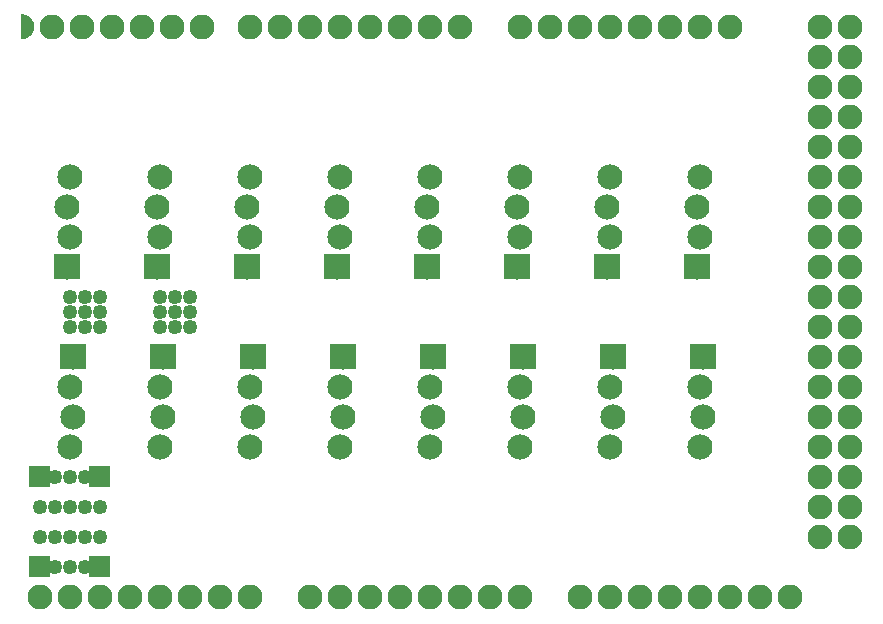
<source format=gbs>
G04 MADE WITH FRITZING*
G04 WWW.FRITZING.ORG*
G04 DOUBLE SIDED*
G04 HOLES PLATED*
G04 CONTOUR ON CENTER OF CONTOUR VECTOR*
%ASAXBY*%
%FSLAX23Y23*%
%MOIN*%
%OFA0B0*%
%SFA1.0B1.0*%
%ADD10C,0.049370*%
%ADD11C,0.082917*%
%ADD12C,0.084000*%
%ADD13C,0.069370*%
%ADD14R,0.001000X0.001000*%
%LNMASK0*%
G90*
G70*
G54D10*
X163Y1049D03*
X563Y1099D03*
X513Y1099D03*
X463Y1099D03*
X563Y1049D03*
X563Y999D03*
X513Y1049D03*
X513Y999D03*
X463Y1049D03*
X463Y999D03*
X213Y999D03*
X263Y1099D03*
X213Y1049D03*
X263Y999D03*
X213Y1099D03*
X163Y999D03*
X263Y1049D03*
X163Y1099D03*
G54D11*
X1963Y99D03*
X363Y99D03*
X2063Y99D03*
X2163Y99D03*
X2263Y99D03*
X2363Y99D03*
X2663Y1499D03*
X2463Y99D03*
X2563Y99D03*
X403Y1999D03*
X963Y99D03*
X1063Y99D03*
X1163Y99D03*
X1263Y99D03*
X2663Y699D03*
X1363Y99D03*
X1463Y99D03*
X1563Y99D03*
X1663Y99D03*
X1163Y1999D03*
X2663Y1899D03*
X2663Y1099D03*
X2663Y299D03*
X763Y99D03*
X763Y1999D03*
X2663Y1699D03*
X2663Y1299D03*
X2663Y899D03*
X2363Y1999D03*
X2663Y499D03*
X2263Y1999D03*
X2163Y1999D03*
X2063Y1999D03*
X1963Y1999D03*
X1863Y1999D03*
X1763Y1999D03*
X1663Y1999D03*
X203Y1999D03*
X603Y1999D03*
X163Y99D03*
X563Y99D03*
X1363Y1999D03*
X963Y1999D03*
X2663Y1999D03*
X2663Y1799D03*
X2663Y1599D03*
X2663Y1399D03*
X2663Y1199D03*
X2663Y999D03*
X2663Y799D03*
X2663Y599D03*
X2663Y399D03*
X103Y1999D03*
X303Y1999D03*
X503Y1999D03*
X63Y99D03*
X263Y99D03*
X463Y99D03*
X663Y99D03*
X1463Y1999D03*
X1263Y1999D03*
X1063Y1999D03*
X863Y1999D03*
X2763Y1999D03*
X2763Y1899D03*
X2763Y1799D03*
X2763Y1699D03*
X2763Y1599D03*
X2763Y1499D03*
X2763Y1399D03*
X2763Y1299D03*
X2763Y1199D03*
X2763Y1099D03*
X2763Y999D03*
X2763Y899D03*
X2763Y799D03*
X2763Y699D03*
X2763Y599D03*
X2763Y499D03*
X2763Y399D03*
X2763Y299D03*
X1863Y99D03*
G54D12*
X1953Y1199D03*
X1963Y1299D03*
X1953Y1399D03*
X1963Y1499D03*
X2253Y1199D03*
X2263Y1299D03*
X2253Y1399D03*
X2263Y1499D03*
X1373Y899D03*
X1363Y799D03*
X1373Y699D03*
X1363Y599D03*
X1973Y899D03*
X1963Y799D03*
X1973Y699D03*
X1963Y599D03*
X2273Y899D03*
X2263Y799D03*
X2273Y699D03*
X2263Y599D03*
X173Y899D03*
X163Y799D03*
X173Y699D03*
X163Y599D03*
X1673Y899D03*
X1663Y799D03*
X1673Y699D03*
X1663Y599D03*
X1073Y899D03*
X1063Y799D03*
X1073Y699D03*
X1063Y599D03*
X473Y899D03*
X463Y799D03*
X473Y699D03*
X463Y599D03*
X153Y1199D03*
X163Y1299D03*
X153Y1399D03*
X163Y1499D03*
X453Y1199D03*
X463Y1299D03*
X453Y1399D03*
X463Y1499D03*
X753Y1199D03*
X763Y1299D03*
X753Y1399D03*
X763Y1499D03*
X1053Y1199D03*
X1063Y1299D03*
X1053Y1399D03*
X1063Y1499D03*
X1353Y1199D03*
X1363Y1299D03*
X1353Y1399D03*
X1363Y1499D03*
X1653Y1199D03*
X1663Y1299D03*
X1653Y1399D03*
X1663Y1499D03*
X773Y899D03*
X763Y799D03*
X773Y699D03*
X763Y599D03*
G54D13*
X263Y499D03*
X263Y199D03*
X63Y499D03*
X63Y199D03*
G54D10*
X63Y399D03*
X113Y399D03*
X163Y399D03*
X263Y399D03*
X213Y499D03*
X163Y499D03*
X113Y499D03*
X213Y399D03*
X63Y299D03*
X262Y299D03*
X113Y199D03*
X113Y299D03*
X163Y199D03*
X163Y299D03*
X213Y199D03*
X213Y299D03*
X63Y399D03*
G54D14*
X0Y2040D02*
X8Y2040D01*
X0Y2039D02*
X12Y2039D01*
X0Y2038D02*
X16Y2038D01*
X0Y2037D02*
X18Y2037D01*
X0Y2036D02*
X20Y2036D01*
X0Y2035D02*
X22Y2035D01*
X0Y2034D02*
X24Y2034D01*
X0Y2033D02*
X25Y2033D01*
X0Y2032D02*
X27Y2032D01*
X0Y2031D02*
X28Y2031D01*
X0Y2030D02*
X29Y2030D01*
X0Y2029D02*
X30Y2029D01*
X0Y2028D02*
X31Y2028D01*
X0Y2027D02*
X32Y2027D01*
X0Y2026D02*
X33Y2026D01*
X0Y2025D02*
X34Y2025D01*
X0Y2024D02*
X35Y2024D01*
X0Y2023D02*
X35Y2023D01*
X0Y2022D02*
X36Y2022D01*
X0Y2021D02*
X37Y2021D01*
X0Y2020D02*
X37Y2020D01*
X0Y2019D02*
X38Y2019D01*
X0Y2018D02*
X38Y2018D01*
X0Y2017D02*
X39Y2017D01*
X0Y2016D02*
X39Y2016D01*
X0Y2015D02*
X40Y2015D01*
X0Y2014D02*
X40Y2014D01*
X0Y2013D02*
X41Y2013D01*
X0Y2012D02*
X41Y2012D01*
X0Y2011D02*
X41Y2011D01*
X0Y2010D02*
X41Y2010D01*
X0Y2009D02*
X42Y2009D01*
X0Y2008D02*
X42Y2008D01*
X0Y2007D02*
X42Y2007D01*
X0Y2006D02*
X42Y2006D01*
X0Y2005D02*
X42Y2005D01*
X0Y2004D02*
X43Y2004D01*
X0Y2003D02*
X43Y2003D01*
X0Y2002D02*
X43Y2002D01*
X0Y2001D02*
X43Y2001D01*
X0Y2000D02*
X43Y2000D01*
X0Y1999D02*
X43Y1999D01*
X0Y1998D02*
X43Y1998D01*
X0Y1997D02*
X43Y1997D01*
X0Y1996D02*
X43Y1996D01*
X0Y1995D02*
X43Y1995D01*
X0Y1994D02*
X43Y1994D01*
X0Y1993D02*
X42Y1993D01*
X0Y1992D02*
X42Y1992D01*
X0Y1991D02*
X42Y1991D01*
X0Y1990D02*
X42Y1990D01*
X0Y1989D02*
X42Y1989D01*
X0Y1988D02*
X41Y1988D01*
X0Y1987D02*
X41Y1987D01*
X0Y1986D02*
X41Y1986D01*
X0Y1985D02*
X40Y1985D01*
X0Y1984D02*
X40Y1984D01*
X0Y1983D02*
X40Y1983D01*
X0Y1982D02*
X39Y1982D01*
X0Y1981D02*
X39Y1981D01*
X0Y1980D02*
X38Y1980D01*
X0Y1979D02*
X38Y1979D01*
X0Y1978D02*
X37Y1978D01*
X0Y1977D02*
X37Y1977D01*
X0Y1976D02*
X36Y1976D01*
X0Y1975D02*
X35Y1975D01*
X0Y1974D02*
X34Y1974D01*
X0Y1973D02*
X34Y1973D01*
X0Y1972D02*
X33Y1972D01*
X0Y1971D02*
X32Y1971D01*
X0Y1970D02*
X31Y1970D01*
X0Y1969D02*
X30Y1969D01*
X0Y1968D02*
X29Y1968D01*
X0Y1967D02*
X28Y1967D01*
X0Y1966D02*
X26Y1966D01*
X0Y1965D02*
X25Y1965D01*
X0Y1964D02*
X23Y1964D01*
X0Y1963D02*
X22Y1963D01*
X0Y1962D02*
X20Y1962D01*
X0Y1961D02*
X18Y1961D01*
X0Y1960D02*
X15Y1960D01*
X0Y1959D02*
X12Y1959D01*
X0Y1958D02*
X6Y1958D01*
X111Y1241D02*
X193Y1241D01*
X411Y1241D02*
X493Y1241D01*
X711Y1241D02*
X793Y1241D01*
X1011Y1241D02*
X1093Y1241D01*
X1311Y1241D02*
X1393Y1241D01*
X1611Y1241D02*
X1693Y1241D01*
X1911Y1241D02*
X1993Y1241D01*
X2211Y1241D02*
X2293Y1241D01*
X111Y1240D02*
X194Y1240D01*
X411Y1240D02*
X494Y1240D01*
X711Y1240D02*
X794Y1240D01*
X1011Y1240D02*
X1094Y1240D01*
X1311Y1240D02*
X1394Y1240D01*
X1611Y1240D02*
X1694Y1240D01*
X1911Y1240D02*
X1994Y1240D01*
X2210Y1240D02*
X2294Y1240D01*
X111Y1239D02*
X194Y1239D01*
X411Y1239D02*
X494Y1239D01*
X711Y1239D02*
X794Y1239D01*
X1011Y1239D02*
X1094Y1239D01*
X1311Y1239D02*
X1394Y1239D01*
X1611Y1239D02*
X1694Y1239D01*
X1911Y1239D02*
X1994Y1239D01*
X2210Y1239D02*
X2294Y1239D01*
X111Y1238D02*
X194Y1238D01*
X411Y1238D02*
X494Y1238D01*
X711Y1238D02*
X794Y1238D01*
X1011Y1238D02*
X1094Y1238D01*
X1311Y1238D02*
X1394Y1238D01*
X1611Y1238D02*
X1694Y1238D01*
X1911Y1238D02*
X1994Y1238D01*
X2210Y1238D02*
X2294Y1238D01*
X111Y1237D02*
X194Y1237D01*
X411Y1237D02*
X494Y1237D01*
X711Y1237D02*
X794Y1237D01*
X1011Y1237D02*
X1094Y1237D01*
X1311Y1237D02*
X1394Y1237D01*
X1611Y1237D02*
X1694Y1237D01*
X1911Y1237D02*
X1994Y1237D01*
X2210Y1237D02*
X2294Y1237D01*
X111Y1236D02*
X194Y1236D01*
X411Y1236D02*
X494Y1236D01*
X711Y1236D02*
X794Y1236D01*
X1011Y1236D02*
X1094Y1236D01*
X1311Y1236D02*
X1394Y1236D01*
X1611Y1236D02*
X1694Y1236D01*
X1911Y1236D02*
X1994Y1236D01*
X2210Y1236D02*
X2294Y1236D01*
X111Y1235D02*
X194Y1235D01*
X411Y1235D02*
X494Y1235D01*
X711Y1235D02*
X794Y1235D01*
X1011Y1235D02*
X1094Y1235D01*
X1311Y1235D02*
X1394Y1235D01*
X1611Y1235D02*
X1694Y1235D01*
X1911Y1235D02*
X1994Y1235D01*
X2210Y1235D02*
X2294Y1235D01*
X111Y1234D02*
X194Y1234D01*
X411Y1234D02*
X494Y1234D01*
X711Y1234D02*
X794Y1234D01*
X1011Y1234D02*
X1094Y1234D01*
X1311Y1234D02*
X1394Y1234D01*
X1611Y1234D02*
X1694Y1234D01*
X1911Y1234D02*
X1994Y1234D01*
X2210Y1234D02*
X2294Y1234D01*
X111Y1233D02*
X194Y1233D01*
X411Y1233D02*
X494Y1233D01*
X711Y1233D02*
X794Y1233D01*
X1011Y1233D02*
X1094Y1233D01*
X1311Y1233D02*
X1394Y1233D01*
X1611Y1233D02*
X1694Y1233D01*
X1911Y1233D02*
X1994Y1233D01*
X2210Y1233D02*
X2294Y1233D01*
X111Y1232D02*
X194Y1232D01*
X411Y1232D02*
X494Y1232D01*
X711Y1232D02*
X794Y1232D01*
X1011Y1232D02*
X1094Y1232D01*
X1311Y1232D02*
X1394Y1232D01*
X1611Y1232D02*
X1694Y1232D01*
X1911Y1232D02*
X1994Y1232D01*
X2210Y1232D02*
X2294Y1232D01*
X111Y1231D02*
X194Y1231D01*
X411Y1231D02*
X494Y1231D01*
X711Y1231D02*
X794Y1231D01*
X1011Y1231D02*
X1094Y1231D01*
X1311Y1231D02*
X1394Y1231D01*
X1611Y1231D02*
X1694Y1231D01*
X1911Y1231D02*
X1994Y1231D01*
X2210Y1231D02*
X2294Y1231D01*
X111Y1230D02*
X194Y1230D01*
X411Y1230D02*
X494Y1230D01*
X711Y1230D02*
X794Y1230D01*
X1011Y1230D02*
X1094Y1230D01*
X1311Y1230D02*
X1394Y1230D01*
X1611Y1230D02*
X1694Y1230D01*
X1911Y1230D02*
X1994Y1230D01*
X2210Y1230D02*
X2294Y1230D01*
X111Y1229D02*
X194Y1229D01*
X411Y1229D02*
X494Y1229D01*
X711Y1229D02*
X794Y1229D01*
X1011Y1229D02*
X1094Y1229D01*
X1311Y1229D02*
X1394Y1229D01*
X1611Y1229D02*
X1694Y1229D01*
X1911Y1229D02*
X1994Y1229D01*
X2210Y1229D02*
X2294Y1229D01*
X111Y1228D02*
X194Y1228D01*
X411Y1228D02*
X494Y1228D01*
X711Y1228D02*
X794Y1228D01*
X1011Y1228D02*
X1094Y1228D01*
X1311Y1228D02*
X1394Y1228D01*
X1611Y1228D02*
X1694Y1228D01*
X1911Y1228D02*
X1994Y1228D01*
X2210Y1228D02*
X2294Y1228D01*
X111Y1227D02*
X194Y1227D01*
X411Y1227D02*
X494Y1227D01*
X711Y1227D02*
X794Y1227D01*
X1011Y1227D02*
X1094Y1227D01*
X1311Y1227D02*
X1394Y1227D01*
X1611Y1227D02*
X1694Y1227D01*
X1911Y1227D02*
X1994Y1227D01*
X2210Y1227D02*
X2294Y1227D01*
X111Y1226D02*
X194Y1226D01*
X411Y1226D02*
X494Y1226D01*
X711Y1226D02*
X794Y1226D01*
X1011Y1226D02*
X1094Y1226D01*
X1311Y1226D02*
X1394Y1226D01*
X1611Y1226D02*
X1694Y1226D01*
X1911Y1226D02*
X1994Y1226D01*
X2210Y1226D02*
X2294Y1226D01*
X111Y1225D02*
X194Y1225D01*
X411Y1225D02*
X494Y1225D01*
X711Y1225D02*
X794Y1225D01*
X1011Y1225D02*
X1094Y1225D01*
X1311Y1225D02*
X1394Y1225D01*
X1611Y1225D02*
X1694Y1225D01*
X1911Y1225D02*
X1994Y1225D01*
X2210Y1225D02*
X2294Y1225D01*
X111Y1224D02*
X194Y1224D01*
X411Y1224D02*
X494Y1224D01*
X711Y1224D02*
X794Y1224D01*
X1011Y1224D02*
X1094Y1224D01*
X1311Y1224D02*
X1394Y1224D01*
X1611Y1224D02*
X1694Y1224D01*
X1911Y1224D02*
X1994Y1224D01*
X2210Y1224D02*
X2294Y1224D01*
X111Y1223D02*
X194Y1223D01*
X411Y1223D02*
X494Y1223D01*
X711Y1223D02*
X794Y1223D01*
X1011Y1223D02*
X1094Y1223D01*
X1311Y1223D02*
X1394Y1223D01*
X1611Y1223D02*
X1694Y1223D01*
X1911Y1223D02*
X1994Y1223D01*
X2210Y1223D02*
X2294Y1223D01*
X111Y1222D02*
X194Y1222D01*
X411Y1222D02*
X494Y1222D01*
X711Y1222D02*
X794Y1222D01*
X1011Y1222D02*
X1094Y1222D01*
X1311Y1222D02*
X1394Y1222D01*
X1611Y1222D02*
X1694Y1222D01*
X1911Y1222D02*
X1994Y1222D01*
X2210Y1222D02*
X2294Y1222D01*
X111Y1221D02*
X194Y1221D01*
X411Y1221D02*
X494Y1221D01*
X711Y1221D02*
X794Y1221D01*
X1011Y1221D02*
X1094Y1221D01*
X1311Y1221D02*
X1394Y1221D01*
X1611Y1221D02*
X1694Y1221D01*
X1911Y1221D02*
X1994Y1221D01*
X2210Y1221D02*
X2294Y1221D01*
X111Y1220D02*
X194Y1220D01*
X411Y1220D02*
X494Y1220D01*
X711Y1220D02*
X794Y1220D01*
X1011Y1220D02*
X1094Y1220D01*
X1311Y1220D02*
X1394Y1220D01*
X1611Y1220D02*
X1694Y1220D01*
X1911Y1220D02*
X1994Y1220D01*
X2210Y1220D02*
X2294Y1220D01*
X111Y1219D02*
X194Y1219D01*
X411Y1219D02*
X494Y1219D01*
X711Y1219D02*
X794Y1219D01*
X1011Y1219D02*
X1094Y1219D01*
X1311Y1219D02*
X1394Y1219D01*
X1611Y1219D02*
X1694Y1219D01*
X1911Y1219D02*
X1994Y1219D01*
X2210Y1219D02*
X2294Y1219D01*
X111Y1218D02*
X194Y1218D01*
X411Y1218D02*
X494Y1218D01*
X711Y1218D02*
X794Y1218D01*
X1011Y1218D02*
X1094Y1218D01*
X1311Y1218D02*
X1394Y1218D01*
X1611Y1218D02*
X1694Y1218D01*
X1911Y1218D02*
X1994Y1218D01*
X2210Y1218D02*
X2294Y1218D01*
X111Y1217D02*
X194Y1217D01*
X411Y1217D02*
X494Y1217D01*
X711Y1217D02*
X794Y1217D01*
X1011Y1217D02*
X1094Y1217D01*
X1311Y1217D02*
X1394Y1217D01*
X1611Y1217D02*
X1694Y1217D01*
X1911Y1217D02*
X1994Y1217D01*
X2210Y1217D02*
X2294Y1217D01*
X111Y1216D02*
X194Y1216D01*
X411Y1216D02*
X494Y1216D01*
X711Y1216D02*
X794Y1216D01*
X1011Y1216D02*
X1094Y1216D01*
X1311Y1216D02*
X1394Y1216D01*
X1611Y1216D02*
X1694Y1216D01*
X1911Y1216D02*
X1994Y1216D01*
X2210Y1216D02*
X2294Y1216D01*
X111Y1215D02*
X194Y1215D01*
X411Y1215D02*
X494Y1215D01*
X711Y1215D02*
X794Y1215D01*
X1011Y1215D02*
X1094Y1215D01*
X1311Y1215D02*
X1394Y1215D01*
X1611Y1215D02*
X1694Y1215D01*
X1911Y1215D02*
X1994Y1215D01*
X2210Y1215D02*
X2294Y1215D01*
X111Y1214D02*
X149Y1214D01*
X155Y1214D02*
X194Y1214D01*
X411Y1214D02*
X449Y1214D01*
X455Y1214D02*
X494Y1214D01*
X711Y1214D02*
X749Y1214D01*
X755Y1214D02*
X794Y1214D01*
X1011Y1214D02*
X1049Y1214D01*
X1055Y1214D02*
X1094Y1214D01*
X1311Y1214D02*
X1349Y1214D01*
X1355Y1214D02*
X1394Y1214D01*
X1611Y1214D02*
X1649Y1214D01*
X1655Y1214D02*
X1694Y1214D01*
X1911Y1214D02*
X1949Y1214D01*
X1955Y1214D02*
X1994Y1214D01*
X2210Y1214D02*
X2249Y1214D01*
X2255Y1214D02*
X2294Y1214D01*
X111Y1213D02*
X145Y1213D01*
X159Y1213D02*
X194Y1213D01*
X411Y1213D02*
X445Y1213D01*
X459Y1213D02*
X494Y1213D01*
X711Y1213D02*
X745Y1213D01*
X759Y1213D02*
X794Y1213D01*
X1011Y1213D02*
X1045Y1213D01*
X1059Y1213D02*
X1094Y1213D01*
X1311Y1213D02*
X1345Y1213D01*
X1359Y1213D02*
X1394Y1213D01*
X1611Y1213D02*
X1645Y1213D01*
X1659Y1213D02*
X1694Y1213D01*
X1911Y1213D02*
X1945Y1213D01*
X1959Y1213D02*
X1994Y1213D01*
X2210Y1213D02*
X2245Y1213D01*
X2259Y1213D02*
X2294Y1213D01*
X111Y1212D02*
X144Y1212D01*
X160Y1212D02*
X194Y1212D01*
X411Y1212D02*
X444Y1212D01*
X460Y1212D02*
X494Y1212D01*
X711Y1212D02*
X744Y1212D01*
X760Y1212D02*
X794Y1212D01*
X1011Y1212D02*
X1044Y1212D01*
X1060Y1212D02*
X1094Y1212D01*
X1311Y1212D02*
X1344Y1212D01*
X1360Y1212D02*
X1394Y1212D01*
X1611Y1212D02*
X1644Y1212D01*
X1660Y1212D02*
X1694Y1212D01*
X1911Y1212D02*
X1944Y1212D01*
X1960Y1212D02*
X1994Y1212D01*
X2210Y1212D02*
X2244Y1212D01*
X2260Y1212D02*
X2294Y1212D01*
X111Y1211D02*
X142Y1211D01*
X162Y1211D02*
X194Y1211D01*
X411Y1211D02*
X442Y1211D01*
X462Y1211D02*
X494Y1211D01*
X711Y1211D02*
X742Y1211D01*
X762Y1211D02*
X794Y1211D01*
X1011Y1211D02*
X1042Y1211D01*
X1062Y1211D02*
X1094Y1211D01*
X1311Y1211D02*
X1342Y1211D01*
X1362Y1211D02*
X1394Y1211D01*
X1611Y1211D02*
X1642Y1211D01*
X1662Y1211D02*
X1694Y1211D01*
X1911Y1211D02*
X1942Y1211D01*
X1962Y1211D02*
X1994Y1211D01*
X2210Y1211D02*
X2242Y1211D01*
X2262Y1211D02*
X2294Y1211D01*
X111Y1210D02*
X141Y1210D01*
X163Y1210D02*
X194Y1210D01*
X411Y1210D02*
X441Y1210D01*
X463Y1210D02*
X494Y1210D01*
X711Y1210D02*
X741Y1210D01*
X763Y1210D02*
X794Y1210D01*
X1011Y1210D02*
X1041Y1210D01*
X1063Y1210D02*
X1094Y1210D01*
X1311Y1210D02*
X1341Y1210D01*
X1363Y1210D02*
X1394Y1210D01*
X1611Y1210D02*
X1641Y1210D01*
X1663Y1210D02*
X1694Y1210D01*
X1911Y1210D02*
X1941Y1210D01*
X1963Y1210D02*
X1994Y1210D01*
X2210Y1210D02*
X2241Y1210D01*
X2263Y1210D02*
X2294Y1210D01*
X111Y1209D02*
X140Y1209D01*
X164Y1209D02*
X194Y1209D01*
X411Y1209D02*
X440Y1209D01*
X464Y1209D02*
X494Y1209D01*
X711Y1209D02*
X740Y1209D01*
X764Y1209D02*
X794Y1209D01*
X1011Y1209D02*
X1040Y1209D01*
X1064Y1209D02*
X1094Y1209D01*
X1311Y1209D02*
X1340Y1209D01*
X1364Y1209D02*
X1394Y1209D01*
X1611Y1209D02*
X1640Y1209D01*
X1664Y1209D02*
X1694Y1209D01*
X1911Y1209D02*
X1940Y1209D01*
X1964Y1209D02*
X1994Y1209D01*
X2210Y1209D02*
X2240Y1209D01*
X2264Y1209D02*
X2294Y1209D01*
X111Y1208D02*
X139Y1208D01*
X165Y1208D02*
X194Y1208D01*
X411Y1208D02*
X439Y1208D01*
X465Y1208D02*
X494Y1208D01*
X711Y1208D02*
X739Y1208D01*
X765Y1208D02*
X794Y1208D01*
X1011Y1208D02*
X1039Y1208D01*
X1065Y1208D02*
X1094Y1208D01*
X1311Y1208D02*
X1339Y1208D01*
X1365Y1208D02*
X1394Y1208D01*
X1611Y1208D02*
X1639Y1208D01*
X1665Y1208D02*
X1694Y1208D01*
X1911Y1208D02*
X1939Y1208D01*
X1965Y1208D02*
X1994Y1208D01*
X2210Y1208D02*
X2239Y1208D01*
X2265Y1208D02*
X2294Y1208D01*
X111Y1207D02*
X139Y1207D01*
X165Y1207D02*
X194Y1207D01*
X411Y1207D02*
X439Y1207D01*
X465Y1207D02*
X494Y1207D01*
X711Y1207D02*
X739Y1207D01*
X765Y1207D02*
X794Y1207D01*
X1011Y1207D02*
X1039Y1207D01*
X1065Y1207D02*
X1094Y1207D01*
X1311Y1207D02*
X1339Y1207D01*
X1365Y1207D02*
X1394Y1207D01*
X1611Y1207D02*
X1639Y1207D01*
X1665Y1207D02*
X1694Y1207D01*
X1911Y1207D02*
X1939Y1207D01*
X1965Y1207D02*
X1994Y1207D01*
X2210Y1207D02*
X2239Y1207D01*
X2265Y1207D02*
X2294Y1207D01*
X111Y1206D02*
X138Y1206D01*
X166Y1206D02*
X194Y1206D01*
X411Y1206D02*
X438Y1206D01*
X466Y1206D02*
X494Y1206D01*
X711Y1206D02*
X738Y1206D01*
X766Y1206D02*
X794Y1206D01*
X1011Y1206D02*
X1038Y1206D01*
X1066Y1206D02*
X1094Y1206D01*
X1311Y1206D02*
X1338Y1206D01*
X1366Y1206D02*
X1394Y1206D01*
X1611Y1206D02*
X1638Y1206D01*
X1666Y1206D02*
X1694Y1206D01*
X1911Y1206D02*
X1938Y1206D01*
X1966Y1206D02*
X1994Y1206D01*
X2210Y1206D02*
X2238Y1206D01*
X2266Y1206D02*
X2294Y1206D01*
X111Y1205D02*
X138Y1205D01*
X166Y1205D02*
X194Y1205D01*
X411Y1205D02*
X438Y1205D01*
X466Y1205D02*
X494Y1205D01*
X711Y1205D02*
X738Y1205D01*
X766Y1205D02*
X794Y1205D01*
X1011Y1205D02*
X1038Y1205D01*
X1066Y1205D02*
X1094Y1205D01*
X1311Y1205D02*
X1338Y1205D01*
X1366Y1205D02*
X1394Y1205D01*
X1611Y1205D02*
X1638Y1205D01*
X1666Y1205D02*
X1694Y1205D01*
X1911Y1205D02*
X1938Y1205D01*
X1966Y1205D02*
X1994Y1205D01*
X2210Y1205D02*
X2238Y1205D01*
X2266Y1205D02*
X2294Y1205D01*
X111Y1204D02*
X137Y1204D01*
X167Y1204D02*
X194Y1204D01*
X411Y1204D02*
X437Y1204D01*
X467Y1204D02*
X494Y1204D01*
X711Y1204D02*
X737Y1204D01*
X767Y1204D02*
X794Y1204D01*
X1011Y1204D02*
X1037Y1204D01*
X1067Y1204D02*
X1094Y1204D01*
X1311Y1204D02*
X1337Y1204D01*
X1367Y1204D02*
X1394Y1204D01*
X1611Y1204D02*
X1637Y1204D01*
X1667Y1204D02*
X1694Y1204D01*
X1911Y1204D02*
X1937Y1204D01*
X1967Y1204D02*
X1994Y1204D01*
X2210Y1204D02*
X2237Y1204D01*
X2267Y1204D02*
X2294Y1204D01*
X111Y1203D02*
X137Y1203D01*
X167Y1203D02*
X194Y1203D01*
X411Y1203D02*
X437Y1203D01*
X467Y1203D02*
X494Y1203D01*
X711Y1203D02*
X737Y1203D01*
X767Y1203D02*
X794Y1203D01*
X1011Y1203D02*
X1037Y1203D01*
X1067Y1203D02*
X1094Y1203D01*
X1311Y1203D02*
X1337Y1203D01*
X1367Y1203D02*
X1394Y1203D01*
X1611Y1203D02*
X1637Y1203D01*
X1667Y1203D02*
X1694Y1203D01*
X1911Y1203D02*
X1937Y1203D01*
X1967Y1203D02*
X1994Y1203D01*
X2210Y1203D02*
X2237Y1203D01*
X2267Y1203D02*
X2294Y1203D01*
X111Y1202D02*
X137Y1202D01*
X167Y1202D02*
X194Y1202D01*
X411Y1202D02*
X437Y1202D01*
X467Y1202D02*
X494Y1202D01*
X711Y1202D02*
X737Y1202D01*
X767Y1202D02*
X794Y1202D01*
X1011Y1202D02*
X1037Y1202D01*
X1067Y1202D02*
X1094Y1202D01*
X1311Y1202D02*
X1337Y1202D01*
X1367Y1202D02*
X1394Y1202D01*
X1611Y1202D02*
X1637Y1202D01*
X1667Y1202D02*
X1694Y1202D01*
X1911Y1202D02*
X1937Y1202D01*
X1967Y1202D02*
X1994Y1202D01*
X2210Y1202D02*
X2237Y1202D01*
X2267Y1202D02*
X2294Y1202D01*
X111Y1201D02*
X137Y1201D01*
X167Y1201D02*
X194Y1201D01*
X411Y1201D02*
X437Y1201D01*
X467Y1201D02*
X494Y1201D01*
X711Y1201D02*
X737Y1201D01*
X767Y1201D02*
X794Y1201D01*
X1011Y1201D02*
X1037Y1201D01*
X1067Y1201D02*
X1094Y1201D01*
X1311Y1201D02*
X1337Y1201D01*
X1367Y1201D02*
X1394Y1201D01*
X1611Y1201D02*
X1637Y1201D01*
X1667Y1201D02*
X1694Y1201D01*
X1911Y1201D02*
X1937Y1201D01*
X1967Y1201D02*
X1994Y1201D01*
X2210Y1201D02*
X2237Y1201D01*
X2267Y1201D02*
X2294Y1201D01*
X111Y1200D02*
X137Y1200D01*
X167Y1200D02*
X194Y1200D01*
X411Y1200D02*
X437Y1200D01*
X467Y1200D02*
X494Y1200D01*
X711Y1200D02*
X737Y1200D01*
X767Y1200D02*
X794Y1200D01*
X1011Y1200D02*
X1037Y1200D01*
X1067Y1200D02*
X1094Y1200D01*
X1311Y1200D02*
X1337Y1200D01*
X1367Y1200D02*
X1394Y1200D01*
X1611Y1200D02*
X1637Y1200D01*
X1667Y1200D02*
X1694Y1200D01*
X1911Y1200D02*
X1937Y1200D01*
X1967Y1200D02*
X1994Y1200D01*
X2210Y1200D02*
X2237Y1200D01*
X2267Y1200D02*
X2294Y1200D01*
X111Y1199D02*
X137Y1199D01*
X168Y1199D02*
X194Y1199D01*
X411Y1199D02*
X437Y1199D01*
X468Y1199D02*
X494Y1199D01*
X711Y1199D02*
X737Y1199D01*
X768Y1199D02*
X794Y1199D01*
X1011Y1199D02*
X1037Y1199D01*
X1068Y1199D02*
X1094Y1199D01*
X1311Y1199D02*
X1337Y1199D01*
X1367Y1199D02*
X1394Y1199D01*
X1611Y1199D02*
X1637Y1199D01*
X1667Y1199D02*
X1694Y1199D01*
X1911Y1199D02*
X1937Y1199D01*
X1967Y1199D02*
X1994Y1199D01*
X2210Y1199D02*
X2237Y1199D01*
X2267Y1199D02*
X2294Y1199D01*
X111Y1198D02*
X137Y1198D01*
X167Y1198D02*
X194Y1198D01*
X411Y1198D02*
X437Y1198D01*
X467Y1198D02*
X494Y1198D01*
X711Y1198D02*
X737Y1198D01*
X767Y1198D02*
X794Y1198D01*
X1011Y1198D02*
X1037Y1198D01*
X1067Y1198D02*
X1094Y1198D01*
X1311Y1198D02*
X1337Y1198D01*
X1367Y1198D02*
X1394Y1198D01*
X1611Y1198D02*
X1637Y1198D01*
X1667Y1198D02*
X1694Y1198D01*
X1911Y1198D02*
X1937Y1198D01*
X1967Y1198D02*
X1994Y1198D01*
X2210Y1198D02*
X2237Y1198D01*
X2267Y1198D02*
X2294Y1198D01*
X111Y1197D02*
X137Y1197D01*
X167Y1197D02*
X194Y1197D01*
X411Y1197D02*
X437Y1197D01*
X467Y1197D02*
X494Y1197D01*
X711Y1197D02*
X737Y1197D01*
X767Y1197D02*
X794Y1197D01*
X1011Y1197D02*
X1037Y1197D01*
X1067Y1197D02*
X1094Y1197D01*
X1311Y1197D02*
X1337Y1197D01*
X1367Y1197D02*
X1394Y1197D01*
X1611Y1197D02*
X1637Y1197D01*
X1667Y1197D02*
X1694Y1197D01*
X1911Y1197D02*
X1937Y1197D01*
X1967Y1197D02*
X1994Y1197D01*
X2210Y1197D02*
X2237Y1197D01*
X2267Y1197D02*
X2294Y1197D01*
X111Y1196D02*
X137Y1196D01*
X167Y1196D02*
X194Y1196D01*
X411Y1196D02*
X437Y1196D01*
X467Y1196D02*
X494Y1196D01*
X711Y1196D02*
X737Y1196D01*
X767Y1196D02*
X794Y1196D01*
X1011Y1196D02*
X1037Y1196D01*
X1067Y1196D02*
X1094Y1196D01*
X1311Y1196D02*
X1337Y1196D01*
X1367Y1196D02*
X1394Y1196D01*
X1611Y1196D02*
X1637Y1196D01*
X1667Y1196D02*
X1694Y1196D01*
X1911Y1196D02*
X1937Y1196D01*
X1967Y1196D02*
X1994Y1196D01*
X2210Y1196D02*
X2237Y1196D01*
X2267Y1196D02*
X2294Y1196D01*
X111Y1195D02*
X137Y1195D01*
X167Y1195D02*
X194Y1195D01*
X411Y1195D02*
X437Y1195D01*
X467Y1195D02*
X494Y1195D01*
X711Y1195D02*
X737Y1195D01*
X767Y1195D02*
X794Y1195D01*
X1011Y1195D02*
X1037Y1195D01*
X1067Y1195D02*
X1094Y1195D01*
X1311Y1195D02*
X1337Y1195D01*
X1367Y1195D02*
X1394Y1195D01*
X1611Y1195D02*
X1637Y1195D01*
X1667Y1195D02*
X1694Y1195D01*
X1911Y1195D02*
X1937Y1195D01*
X1967Y1195D02*
X1994Y1195D01*
X2210Y1195D02*
X2237Y1195D01*
X2267Y1195D02*
X2294Y1195D01*
X111Y1194D02*
X137Y1194D01*
X167Y1194D02*
X194Y1194D01*
X411Y1194D02*
X437Y1194D01*
X467Y1194D02*
X494Y1194D01*
X711Y1194D02*
X737Y1194D01*
X767Y1194D02*
X794Y1194D01*
X1011Y1194D02*
X1037Y1194D01*
X1067Y1194D02*
X1094Y1194D01*
X1311Y1194D02*
X1337Y1194D01*
X1367Y1194D02*
X1394Y1194D01*
X1611Y1194D02*
X1637Y1194D01*
X1667Y1194D02*
X1694Y1194D01*
X1911Y1194D02*
X1937Y1194D01*
X1967Y1194D02*
X1994Y1194D01*
X2210Y1194D02*
X2237Y1194D01*
X2267Y1194D02*
X2294Y1194D01*
X111Y1193D02*
X138Y1193D01*
X166Y1193D02*
X194Y1193D01*
X411Y1193D02*
X438Y1193D01*
X466Y1193D02*
X494Y1193D01*
X711Y1193D02*
X738Y1193D01*
X766Y1193D02*
X794Y1193D01*
X1011Y1193D02*
X1038Y1193D01*
X1066Y1193D02*
X1094Y1193D01*
X1311Y1193D02*
X1338Y1193D01*
X1366Y1193D02*
X1394Y1193D01*
X1611Y1193D02*
X1638Y1193D01*
X1666Y1193D02*
X1694Y1193D01*
X1911Y1193D02*
X1938Y1193D01*
X1966Y1193D02*
X1994Y1193D01*
X2210Y1193D02*
X2238Y1193D01*
X2266Y1193D02*
X2294Y1193D01*
X111Y1192D02*
X138Y1192D01*
X166Y1192D02*
X194Y1192D01*
X411Y1192D02*
X438Y1192D01*
X466Y1192D02*
X494Y1192D01*
X711Y1192D02*
X738Y1192D01*
X766Y1192D02*
X794Y1192D01*
X1011Y1192D02*
X1038Y1192D01*
X1066Y1192D02*
X1094Y1192D01*
X1311Y1192D02*
X1338Y1192D01*
X1366Y1192D02*
X1394Y1192D01*
X1611Y1192D02*
X1638Y1192D01*
X1666Y1192D02*
X1694Y1192D01*
X1911Y1192D02*
X1938Y1192D01*
X1966Y1192D02*
X1994Y1192D01*
X2210Y1192D02*
X2238Y1192D01*
X2266Y1192D02*
X2294Y1192D01*
X111Y1191D02*
X139Y1191D01*
X165Y1191D02*
X194Y1191D01*
X411Y1191D02*
X439Y1191D01*
X465Y1191D02*
X494Y1191D01*
X711Y1191D02*
X739Y1191D01*
X765Y1191D02*
X794Y1191D01*
X1011Y1191D02*
X1039Y1191D01*
X1065Y1191D02*
X1094Y1191D01*
X1311Y1191D02*
X1339Y1191D01*
X1365Y1191D02*
X1394Y1191D01*
X1611Y1191D02*
X1639Y1191D01*
X1665Y1191D02*
X1694Y1191D01*
X1911Y1191D02*
X1939Y1191D01*
X1965Y1191D02*
X1994Y1191D01*
X2210Y1191D02*
X2239Y1191D01*
X2265Y1191D02*
X2294Y1191D01*
X111Y1190D02*
X140Y1190D01*
X164Y1190D02*
X194Y1190D01*
X411Y1190D02*
X440Y1190D01*
X464Y1190D02*
X494Y1190D01*
X711Y1190D02*
X740Y1190D01*
X764Y1190D02*
X794Y1190D01*
X1011Y1190D02*
X1040Y1190D01*
X1064Y1190D02*
X1094Y1190D01*
X1311Y1190D02*
X1340Y1190D01*
X1364Y1190D02*
X1394Y1190D01*
X1611Y1190D02*
X1640Y1190D01*
X1664Y1190D02*
X1694Y1190D01*
X1911Y1190D02*
X1940Y1190D01*
X1964Y1190D02*
X1994Y1190D01*
X2210Y1190D02*
X2240Y1190D01*
X2264Y1190D02*
X2294Y1190D01*
X111Y1189D02*
X141Y1189D01*
X163Y1189D02*
X194Y1189D01*
X411Y1189D02*
X441Y1189D01*
X463Y1189D02*
X494Y1189D01*
X711Y1189D02*
X741Y1189D01*
X763Y1189D02*
X794Y1189D01*
X1011Y1189D02*
X1041Y1189D01*
X1063Y1189D02*
X1094Y1189D01*
X1311Y1189D02*
X1341Y1189D01*
X1363Y1189D02*
X1394Y1189D01*
X1611Y1189D02*
X1641Y1189D01*
X1663Y1189D02*
X1694Y1189D01*
X1911Y1189D02*
X1941Y1189D01*
X1963Y1189D02*
X1994Y1189D01*
X2210Y1189D02*
X2241Y1189D01*
X2263Y1189D02*
X2294Y1189D01*
X111Y1188D02*
X142Y1188D01*
X162Y1188D02*
X194Y1188D01*
X411Y1188D02*
X442Y1188D01*
X462Y1188D02*
X494Y1188D01*
X711Y1188D02*
X742Y1188D01*
X762Y1188D02*
X794Y1188D01*
X1011Y1188D02*
X1042Y1188D01*
X1062Y1188D02*
X1094Y1188D01*
X1311Y1188D02*
X1342Y1188D01*
X1362Y1188D02*
X1394Y1188D01*
X1611Y1188D02*
X1642Y1188D01*
X1662Y1188D02*
X1694Y1188D01*
X1911Y1188D02*
X1942Y1188D01*
X1962Y1188D02*
X1994Y1188D01*
X2210Y1188D02*
X2242Y1188D01*
X2262Y1188D02*
X2294Y1188D01*
X111Y1187D02*
X143Y1187D01*
X161Y1187D02*
X194Y1187D01*
X411Y1187D02*
X443Y1187D01*
X461Y1187D02*
X494Y1187D01*
X711Y1187D02*
X743Y1187D01*
X761Y1187D02*
X794Y1187D01*
X1011Y1187D02*
X1043Y1187D01*
X1061Y1187D02*
X1094Y1187D01*
X1311Y1187D02*
X1343Y1187D01*
X1361Y1187D02*
X1394Y1187D01*
X1611Y1187D02*
X1643Y1187D01*
X1661Y1187D02*
X1694Y1187D01*
X1911Y1187D02*
X1943Y1187D01*
X1961Y1187D02*
X1994Y1187D01*
X2210Y1187D02*
X2243Y1187D01*
X2261Y1187D02*
X2294Y1187D01*
X111Y1186D02*
X144Y1186D01*
X160Y1186D02*
X194Y1186D01*
X411Y1186D02*
X444Y1186D01*
X460Y1186D02*
X494Y1186D01*
X711Y1186D02*
X744Y1186D01*
X760Y1186D02*
X794Y1186D01*
X1011Y1186D02*
X1044Y1186D01*
X1060Y1186D02*
X1094Y1186D01*
X1311Y1186D02*
X1344Y1186D01*
X1360Y1186D02*
X1394Y1186D01*
X1611Y1186D02*
X1644Y1186D01*
X1660Y1186D02*
X1694Y1186D01*
X1911Y1186D02*
X1944Y1186D01*
X1960Y1186D02*
X1994Y1186D01*
X2210Y1186D02*
X2244Y1186D01*
X2260Y1186D02*
X2294Y1186D01*
X111Y1185D02*
X147Y1185D01*
X157Y1185D02*
X194Y1185D01*
X411Y1185D02*
X447Y1185D01*
X457Y1185D02*
X494Y1185D01*
X711Y1185D02*
X747Y1185D01*
X757Y1185D02*
X794Y1185D01*
X1011Y1185D02*
X1047Y1185D01*
X1057Y1185D02*
X1094Y1185D01*
X1311Y1185D02*
X1347Y1185D01*
X1357Y1185D02*
X1394Y1185D01*
X1611Y1185D02*
X1647Y1185D01*
X1657Y1185D02*
X1694Y1185D01*
X1911Y1185D02*
X1947Y1185D01*
X1957Y1185D02*
X1994Y1185D01*
X2210Y1185D02*
X2247Y1185D01*
X2257Y1185D02*
X2294Y1185D01*
X111Y1184D02*
X194Y1184D01*
X411Y1184D02*
X494Y1184D01*
X711Y1184D02*
X794Y1184D01*
X1011Y1184D02*
X1094Y1184D01*
X1311Y1184D02*
X1394Y1184D01*
X1611Y1184D02*
X1694Y1184D01*
X1911Y1184D02*
X1994Y1184D01*
X2210Y1184D02*
X2294Y1184D01*
X111Y1183D02*
X194Y1183D01*
X411Y1183D02*
X494Y1183D01*
X711Y1183D02*
X794Y1183D01*
X1011Y1183D02*
X1094Y1183D01*
X1311Y1183D02*
X1394Y1183D01*
X1611Y1183D02*
X1694Y1183D01*
X1911Y1183D02*
X1994Y1183D01*
X2210Y1183D02*
X2294Y1183D01*
X111Y1182D02*
X194Y1182D01*
X411Y1182D02*
X494Y1182D01*
X711Y1182D02*
X794Y1182D01*
X1011Y1182D02*
X1094Y1182D01*
X1311Y1182D02*
X1394Y1182D01*
X1611Y1182D02*
X1694Y1182D01*
X1911Y1182D02*
X1994Y1182D01*
X2210Y1182D02*
X2294Y1182D01*
X111Y1181D02*
X194Y1181D01*
X411Y1181D02*
X494Y1181D01*
X711Y1181D02*
X794Y1181D01*
X1011Y1181D02*
X1094Y1181D01*
X1311Y1181D02*
X1394Y1181D01*
X1611Y1181D02*
X1694Y1181D01*
X1911Y1181D02*
X1994Y1181D01*
X2210Y1181D02*
X2294Y1181D01*
X111Y1180D02*
X194Y1180D01*
X411Y1180D02*
X494Y1180D01*
X711Y1180D02*
X794Y1180D01*
X1011Y1180D02*
X1094Y1180D01*
X1311Y1180D02*
X1394Y1180D01*
X1611Y1180D02*
X1694Y1180D01*
X1911Y1180D02*
X1994Y1180D01*
X2210Y1180D02*
X2294Y1180D01*
X111Y1179D02*
X194Y1179D01*
X411Y1179D02*
X494Y1179D01*
X711Y1179D02*
X794Y1179D01*
X1011Y1179D02*
X1094Y1179D01*
X1311Y1179D02*
X1394Y1179D01*
X1611Y1179D02*
X1694Y1179D01*
X1911Y1179D02*
X1994Y1179D01*
X2210Y1179D02*
X2294Y1179D01*
X111Y1178D02*
X194Y1178D01*
X411Y1178D02*
X494Y1178D01*
X711Y1178D02*
X794Y1178D01*
X1011Y1178D02*
X1094Y1178D01*
X1311Y1178D02*
X1394Y1178D01*
X1611Y1178D02*
X1694Y1178D01*
X1911Y1178D02*
X1994Y1178D01*
X2210Y1178D02*
X2294Y1178D01*
X111Y1177D02*
X194Y1177D01*
X411Y1177D02*
X494Y1177D01*
X711Y1177D02*
X794Y1177D01*
X1011Y1177D02*
X1094Y1177D01*
X1311Y1177D02*
X1394Y1177D01*
X1611Y1177D02*
X1694Y1177D01*
X1911Y1177D02*
X1994Y1177D01*
X2210Y1177D02*
X2294Y1177D01*
X111Y1176D02*
X194Y1176D01*
X411Y1176D02*
X494Y1176D01*
X711Y1176D02*
X794Y1176D01*
X1011Y1176D02*
X1094Y1176D01*
X1311Y1176D02*
X1394Y1176D01*
X1611Y1176D02*
X1694Y1176D01*
X1911Y1176D02*
X1994Y1176D01*
X2210Y1176D02*
X2294Y1176D01*
X111Y1175D02*
X194Y1175D01*
X411Y1175D02*
X494Y1175D01*
X711Y1175D02*
X794Y1175D01*
X1011Y1175D02*
X1094Y1175D01*
X1311Y1175D02*
X1394Y1175D01*
X1611Y1175D02*
X1694Y1175D01*
X1911Y1175D02*
X1994Y1175D01*
X2210Y1175D02*
X2294Y1175D01*
X111Y1174D02*
X194Y1174D01*
X411Y1174D02*
X494Y1174D01*
X711Y1174D02*
X794Y1174D01*
X1011Y1174D02*
X1094Y1174D01*
X1311Y1174D02*
X1394Y1174D01*
X1611Y1174D02*
X1694Y1174D01*
X1911Y1174D02*
X1994Y1174D01*
X2210Y1174D02*
X2294Y1174D01*
X111Y1173D02*
X194Y1173D01*
X411Y1173D02*
X494Y1173D01*
X711Y1173D02*
X794Y1173D01*
X1011Y1173D02*
X1094Y1173D01*
X1311Y1173D02*
X1394Y1173D01*
X1611Y1173D02*
X1694Y1173D01*
X1911Y1173D02*
X1994Y1173D01*
X2210Y1173D02*
X2294Y1173D01*
X111Y1172D02*
X194Y1172D01*
X411Y1172D02*
X494Y1172D01*
X711Y1172D02*
X794Y1172D01*
X1011Y1172D02*
X1094Y1172D01*
X1311Y1172D02*
X1394Y1172D01*
X1611Y1172D02*
X1694Y1172D01*
X1911Y1172D02*
X1994Y1172D01*
X2210Y1172D02*
X2294Y1172D01*
X111Y1171D02*
X194Y1171D01*
X411Y1171D02*
X494Y1171D01*
X711Y1171D02*
X794Y1171D01*
X1011Y1171D02*
X1094Y1171D01*
X1311Y1171D02*
X1394Y1171D01*
X1611Y1171D02*
X1694Y1171D01*
X1911Y1171D02*
X1994Y1171D01*
X2210Y1171D02*
X2294Y1171D01*
X111Y1170D02*
X194Y1170D01*
X411Y1170D02*
X494Y1170D01*
X711Y1170D02*
X794Y1170D01*
X1011Y1170D02*
X1094Y1170D01*
X1311Y1170D02*
X1394Y1170D01*
X1611Y1170D02*
X1694Y1170D01*
X1911Y1170D02*
X1994Y1170D01*
X2210Y1170D02*
X2294Y1170D01*
X111Y1169D02*
X194Y1169D01*
X411Y1169D02*
X494Y1169D01*
X711Y1169D02*
X794Y1169D01*
X1011Y1169D02*
X1094Y1169D01*
X1311Y1169D02*
X1394Y1169D01*
X1611Y1169D02*
X1694Y1169D01*
X1911Y1169D02*
X1994Y1169D01*
X2210Y1169D02*
X2294Y1169D01*
X111Y1168D02*
X194Y1168D01*
X411Y1168D02*
X494Y1168D01*
X711Y1168D02*
X794Y1168D01*
X1011Y1168D02*
X1094Y1168D01*
X1311Y1168D02*
X1394Y1168D01*
X1611Y1168D02*
X1694Y1168D01*
X1911Y1168D02*
X1994Y1168D01*
X2210Y1168D02*
X2294Y1168D01*
X111Y1167D02*
X194Y1167D01*
X411Y1167D02*
X494Y1167D01*
X711Y1167D02*
X794Y1167D01*
X1011Y1167D02*
X1094Y1167D01*
X1311Y1167D02*
X1394Y1167D01*
X1611Y1167D02*
X1694Y1167D01*
X1911Y1167D02*
X1994Y1167D01*
X2210Y1167D02*
X2294Y1167D01*
X111Y1166D02*
X194Y1166D01*
X411Y1166D02*
X494Y1166D01*
X711Y1166D02*
X794Y1166D01*
X1011Y1166D02*
X1094Y1166D01*
X1311Y1166D02*
X1394Y1166D01*
X1611Y1166D02*
X1694Y1166D01*
X1911Y1166D02*
X1994Y1166D01*
X2210Y1166D02*
X2294Y1166D01*
X111Y1165D02*
X194Y1165D01*
X411Y1165D02*
X494Y1165D01*
X711Y1165D02*
X794Y1165D01*
X1011Y1165D02*
X1094Y1165D01*
X1311Y1165D02*
X1394Y1165D01*
X1611Y1165D02*
X1694Y1165D01*
X1911Y1165D02*
X1994Y1165D01*
X2210Y1165D02*
X2294Y1165D01*
X111Y1164D02*
X194Y1164D01*
X411Y1164D02*
X494Y1164D01*
X711Y1164D02*
X794Y1164D01*
X1011Y1164D02*
X1094Y1164D01*
X1311Y1164D02*
X1394Y1164D01*
X1611Y1164D02*
X1694Y1164D01*
X1911Y1164D02*
X1994Y1164D01*
X2210Y1164D02*
X2294Y1164D01*
X111Y1163D02*
X194Y1163D01*
X411Y1163D02*
X494Y1163D01*
X711Y1163D02*
X794Y1163D01*
X1011Y1163D02*
X1094Y1163D01*
X1311Y1163D02*
X1394Y1163D01*
X1611Y1163D02*
X1694Y1163D01*
X1911Y1163D02*
X1994Y1163D01*
X2210Y1163D02*
X2294Y1163D01*
X111Y1162D02*
X194Y1162D01*
X411Y1162D02*
X494Y1162D01*
X711Y1162D02*
X794Y1162D01*
X1011Y1162D02*
X1094Y1162D01*
X1311Y1162D02*
X1394Y1162D01*
X1611Y1162D02*
X1694Y1162D01*
X1911Y1162D02*
X1994Y1162D01*
X2210Y1162D02*
X2294Y1162D01*
X111Y1161D02*
X194Y1161D01*
X411Y1161D02*
X494Y1161D01*
X711Y1161D02*
X794Y1161D01*
X1011Y1161D02*
X1094Y1161D01*
X1311Y1161D02*
X1394Y1161D01*
X1611Y1161D02*
X1694Y1161D01*
X1911Y1161D02*
X1994Y1161D01*
X2210Y1161D02*
X2294Y1161D01*
X111Y1160D02*
X194Y1160D01*
X411Y1160D02*
X494Y1160D01*
X711Y1160D02*
X794Y1160D01*
X1011Y1160D02*
X1094Y1160D01*
X1311Y1160D02*
X1394Y1160D01*
X1611Y1160D02*
X1694Y1160D01*
X1911Y1160D02*
X1994Y1160D01*
X2210Y1160D02*
X2294Y1160D01*
X111Y1159D02*
X194Y1159D01*
X411Y1159D02*
X494Y1159D01*
X711Y1159D02*
X794Y1159D01*
X1011Y1159D02*
X1094Y1159D01*
X1311Y1159D02*
X1394Y1159D01*
X1611Y1159D02*
X1694Y1159D01*
X1911Y1159D02*
X1994Y1159D01*
X2210Y1159D02*
X2294Y1159D01*
X111Y1158D02*
X194Y1158D01*
X411Y1158D02*
X494Y1158D01*
X711Y1158D02*
X794Y1158D01*
X1011Y1158D02*
X1094Y1158D01*
X1311Y1158D02*
X1394Y1158D01*
X1611Y1158D02*
X1694Y1158D01*
X1911Y1158D02*
X1994Y1158D01*
X2210Y1158D02*
X2294Y1158D01*
X131Y941D02*
X213Y941D01*
X431Y941D02*
X513Y941D01*
X731Y941D02*
X813Y941D01*
X1031Y941D02*
X1113Y941D01*
X1331Y941D02*
X1413Y941D01*
X1631Y941D02*
X1713Y941D01*
X1931Y941D02*
X2013Y941D01*
X2231Y941D02*
X2313Y941D01*
X131Y940D02*
X214Y940D01*
X431Y940D02*
X514Y940D01*
X731Y940D02*
X814Y940D01*
X1031Y940D02*
X1114Y940D01*
X1331Y940D02*
X1414Y940D01*
X1631Y940D02*
X1714Y940D01*
X1931Y940D02*
X2014Y940D01*
X2230Y940D02*
X2314Y940D01*
X131Y939D02*
X214Y939D01*
X431Y939D02*
X514Y939D01*
X731Y939D02*
X814Y939D01*
X1031Y939D02*
X1114Y939D01*
X1331Y939D02*
X1414Y939D01*
X1631Y939D02*
X1714Y939D01*
X1931Y939D02*
X2014Y939D01*
X2230Y939D02*
X2314Y939D01*
X131Y938D02*
X214Y938D01*
X431Y938D02*
X514Y938D01*
X731Y938D02*
X814Y938D01*
X1031Y938D02*
X1114Y938D01*
X1331Y938D02*
X1414Y938D01*
X1631Y938D02*
X1714Y938D01*
X1931Y938D02*
X2014Y938D01*
X2230Y938D02*
X2314Y938D01*
X131Y937D02*
X214Y937D01*
X431Y937D02*
X514Y937D01*
X731Y937D02*
X814Y937D01*
X1031Y937D02*
X1114Y937D01*
X1331Y937D02*
X1414Y937D01*
X1631Y937D02*
X1714Y937D01*
X1931Y937D02*
X2014Y937D01*
X2230Y937D02*
X2314Y937D01*
X131Y936D02*
X214Y936D01*
X431Y936D02*
X514Y936D01*
X731Y936D02*
X814Y936D01*
X1031Y936D02*
X1114Y936D01*
X1331Y936D02*
X1414Y936D01*
X1631Y936D02*
X1714Y936D01*
X1931Y936D02*
X2014Y936D01*
X2230Y936D02*
X2314Y936D01*
X131Y935D02*
X214Y935D01*
X431Y935D02*
X514Y935D01*
X731Y935D02*
X814Y935D01*
X1031Y935D02*
X1114Y935D01*
X1331Y935D02*
X1414Y935D01*
X1631Y935D02*
X1714Y935D01*
X1931Y935D02*
X2014Y935D01*
X2230Y935D02*
X2314Y935D01*
X131Y934D02*
X214Y934D01*
X431Y934D02*
X514Y934D01*
X731Y934D02*
X814Y934D01*
X1031Y934D02*
X1114Y934D01*
X1331Y934D02*
X1414Y934D01*
X1631Y934D02*
X1714Y934D01*
X1931Y934D02*
X2014Y934D01*
X2230Y934D02*
X2314Y934D01*
X131Y933D02*
X214Y933D01*
X431Y933D02*
X514Y933D01*
X731Y933D02*
X814Y933D01*
X1031Y933D02*
X1114Y933D01*
X1331Y933D02*
X1414Y933D01*
X1631Y933D02*
X1714Y933D01*
X1931Y933D02*
X2014Y933D01*
X2230Y933D02*
X2314Y933D01*
X131Y932D02*
X214Y932D01*
X431Y932D02*
X514Y932D01*
X731Y932D02*
X814Y932D01*
X1031Y932D02*
X1114Y932D01*
X1331Y932D02*
X1414Y932D01*
X1631Y932D02*
X1714Y932D01*
X1931Y932D02*
X2014Y932D01*
X2230Y932D02*
X2314Y932D01*
X131Y931D02*
X214Y931D01*
X431Y931D02*
X514Y931D01*
X731Y931D02*
X814Y931D01*
X1031Y931D02*
X1114Y931D01*
X1331Y931D02*
X1414Y931D01*
X1631Y931D02*
X1714Y931D01*
X1931Y931D02*
X2014Y931D01*
X2230Y931D02*
X2314Y931D01*
X131Y930D02*
X214Y930D01*
X431Y930D02*
X514Y930D01*
X731Y930D02*
X814Y930D01*
X1031Y930D02*
X1114Y930D01*
X1331Y930D02*
X1414Y930D01*
X1631Y930D02*
X1714Y930D01*
X1931Y930D02*
X2014Y930D01*
X2230Y930D02*
X2314Y930D01*
X131Y929D02*
X214Y929D01*
X431Y929D02*
X514Y929D01*
X731Y929D02*
X814Y929D01*
X1031Y929D02*
X1114Y929D01*
X1331Y929D02*
X1414Y929D01*
X1631Y929D02*
X1714Y929D01*
X1931Y929D02*
X2014Y929D01*
X2230Y929D02*
X2314Y929D01*
X131Y928D02*
X214Y928D01*
X431Y928D02*
X514Y928D01*
X731Y928D02*
X814Y928D01*
X1031Y928D02*
X1114Y928D01*
X1331Y928D02*
X1414Y928D01*
X1631Y928D02*
X1714Y928D01*
X1931Y928D02*
X2014Y928D01*
X2230Y928D02*
X2314Y928D01*
X131Y927D02*
X214Y927D01*
X431Y927D02*
X514Y927D01*
X731Y927D02*
X814Y927D01*
X1031Y927D02*
X1114Y927D01*
X1331Y927D02*
X1414Y927D01*
X1631Y927D02*
X1714Y927D01*
X1931Y927D02*
X2014Y927D01*
X2230Y927D02*
X2314Y927D01*
X131Y926D02*
X214Y926D01*
X431Y926D02*
X514Y926D01*
X731Y926D02*
X814Y926D01*
X1031Y926D02*
X1114Y926D01*
X1331Y926D02*
X1414Y926D01*
X1631Y926D02*
X1714Y926D01*
X1931Y926D02*
X2014Y926D01*
X2230Y926D02*
X2314Y926D01*
X131Y925D02*
X214Y925D01*
X431Y925D02*
X514Y925D01*
X731Y925D02*
X814Y925D01*
X1031Y925D02*
X1114Y925D01*
X1331Y925D02*
X1414Y925D01*
X1631Y925D02*
X1714Y925D01*
X1931Y925D02*
X2014Y925D01*
X2230Y925D02*
X2314Y925D01*
X131Y924D02*
X214Y924D01*
X431Y924D02*
X514Y924D01*
X731Y924D02*
X814Y924D01*
X1031Y924D02*
X1114Y924D01*
X1331Y924D02*
X1414Y924D01*
X1631Y924D02*
X1714Y924D01*
X1931Y924D02*
X2014Y924D01*
X2230Y924D02*
X2314Y924D01*
X131Y923D02*
X214Y923D01*
X431Y923D02*
X514Y923D01*
X731Y923D02*
X814Y923D01*
X1031Y923D02*
X1114Y923D01*
X1331Y923D02*
X1414Y923D01*
X1631Y923D02*
X1714Y923D01*
X1931Y923D02*
X2014Y923D01*
X2230Y923D02*
X2314Y923D01*
X131Y922D02*
X214Y922D01*
X431Y922D02*
X514Y922D01*
X731Y922D02*
X814Y922D01*
X1031Y922D02*
X1114Y922D01*
X1331Y922D02*
X1414Y922D01*
X1631Y922D02*
X1714Y922D01*
X1931Y922D02*
X2014Y922D01*
X2230Y922D02*
X2314Y922D01*
X131Y921D02*
X214Y921D01*
X431Y921D02*
X514Y921D01*
X731Y921D02*
X814Y921D01*
X1031Y921D02*
X1114Y921D01*
X1331Y921D02*
X1414Y921D01*
X1631Y921D02*
X1714Y921D01*
X1931Y921D02*
X2014Y921D01*
X2230Y921D02*
X2314Y921D01*
X131Y920D02*
X214Y920D01*
X431Y920D02*
X514Y920D01*
X731Y920D02*
X814Y920D01*
X1031Y920D02*
X1114Y920D01*
X1331Y920D02*
X1414Y920D01*
X1631Y920D02*
X1714Y920D01*
X1931Y920D02*
X2014Y920D01*
X2230Y920D02*
X2314Y920D01*
X131Y919D02*
X214Y919D01*
X431Y919D02*
X514Y919D01*
X731Y919D02*
X814Y919D01*
X1031Y919D02*
X1114Y919D01*
X1331Y919D02*
X1414Y919D01*
X1631Y919D02*
X1714Y919D01*
X1931Y919D02*
X2014Y919D01*
X2230Y919D02*
X2314Y919D01*
X131Y918D02*
X214Y918D01*
X431Y918D02*
X514Y918D01*
X731Y918D02*
X814Y918D01*
X1031Y918D02*
X1114Y918D01*
X1331Y918D02*
X1414Y918D01*
X1631Y918D02*
X1714Y918D01*
X1931Y918D02*
X2014Y918D01*
X2230Y918D02*
X2314Y918D01*
X131Y917D02*
X214Y917D01*
X431Y917D02*
X514Y917D01*
X731Y917D02*
X814Y917D01*
X1031Y917D02*
X1114Y917D01*
X1331Y917D02*
X1414Y917D01*
X1631Y917D02*
X1714Y917D01*
X1931Y917D02*
X2014Y917D01*
X2230Y917D02*
X2314Y917D01*
X131Y916D02*
X214Y916D01*
X431Y916D02*
X514Y916D01*
X731Y916D02*
X814Y916D01*
X1031Y916D02*
X1114Y916D01*
X1331Y916D02*
X1414Y916D01*
X1631Y916D02*
X1714Y916D01*
X1931Y916D02*
X2014Y916D01*
X2230Y916D02*
X2314Y916D01*
X131Y915D02*
X214Y915D01*
X431Y915D02*
X514Y915D01*
X731Y915D02*
X814Y915D01*
X1031Y915D02*
X1114Y915D01*
X1331Y915D02*
X1414Y915D01*
X1631Y915D02*
X1714Y915D01*
X1931Y915D02*
X2014Y915D01*
X2230Y915D02*
X2314Y915D01*
X131Y914D02*
X169Y914D01*
X175Y914D02*
X214Y914D01*
X431Y914D02*
X469Y914D01*
X475Y914D02*
X514Y914D01*
X731Y914D02*
X769Y914D01*
X775Y914D02*
X814Y914D01*
X1031Y914D02*
X1069Y914D01*
X1075Y914D02*
X1114Y914D01*
X1331Y914D02*
X1369Y914D01*
X1375Y914D02*
X1414Y914D01*
X1631Y914D02*
X1669Y914D01*
X1675Y914D02*
X1714Y914D01*
X1931Y914D02*
X1969Y914D01*
X1975Y914D02*
X2014Y914D01*
X2230Y914D02*
X2269Y914D01*
X2275Y914D02*
X2314Y914D01*
X131Y913D02*
X165Y913D01*
X179Y913D02*
X214Y913D01*
X431Y913D02*
X465Y913D01*
X479Y913D02*
X514Y913D01*
X731Y913D02*
X765Y913D01*
X779Y913D02*
X814Y913D01*
X1031Y913D02*
X1065Y913D01*
X1079Y913D02*
X1114Y913D01*
X1331Y913D02*
X1365Y913D01*
X1379Y913D02*
X1414Y913D01*
X1631Y913D02*
X1665Y913D01*
X1679Y913D02*
X1714Y913D01*
X1931Y913D02*
X1965Y913D01*
X1979Y913D02*
X2014Y913D01*
X2230Y913D02*
X2265Y913D01*
X2279Y913D02*
X2314Y913D01*
X131Y912D02*
X164Y912D01*
X181Y912D02*
X214Y912D01*
X431Y912D02*
X464Y912D01*
X481Y912D02*
X514Y912D01*
X731Y912D02*
X764Y912D01*
X781Y912D02*
X814Y912D01*
X1031Y912D02*
X1064Y912D01*
X1080Y912D02*
X1114Y912D01*
X1331Y912D02*
X1364Y912D01*
X1380Y912D02*
X1414Y912D01*
X1631Y912D02*
X1664Y912D01*
X1680Y912D02*
X1714Y912D01*
X1931Y912D02*
X1964Y912D01*
X1980Y912D02*
X2014Y912D01*
X2230Y912D02*
X2264Y912D01*
X2280Y912D02*
X2314Y912D01*
X131Y911D02*
X162Y911D01*
X182Y911D02*
X214Y911D01*
X431Y911D02*
X462Y911D01*
X482Y911D02*
X514Y911D01*
X731Y911D02*
X762Y911D01*
X782Y911D02*
X814Y911D01*
X1031Y911D02*
X1062Y911D01*
X1082Y911D02*
X1114Y911D01*
X1331Y911D02*
X1362Y911D01*
X1382Y911D02*
X1414Y911D01*
X1631Y911D02*
X1662Y911D01*
X1682Y911D02*
X1714Y911D01*
X1931Y911D02*
X1962Y911D01*
X1982Y911D02*
X2014Y911D01*
X2230Y911D02*
X2262Y911D01*
X2282Y911D02*
X2314Y911D01*
X131Y910D02*
X161Y910D01*
X183Y910D02*
X214Y910D01*
X431Y910D02*
X461Y910D01*
X483Y910D02*
X514Y910D01*
X731Y910D02*
X761Y910D01*
X783Y910D02*
X814Y910D01*
X1031Y910D02*
X1061Y910D01*
X1083Y910D02*
X1114Y910D01*
X1331Y910D02*
X1361Y910D01*
X1383Y910D02*
X1414Y910D01*
X1631Y910D02*
X1661Y910D01*
X1683Y910D02*
X1714Y910D01*
X1931Y910D02*
X1961Y910D01*
X1983Y910D02*
X2014Y910D01*
X2230Y910D02*
X2261Y910D01*
X2283Y910D02*
X2314Y910D01*
X131Y909D02*
X160Y909D01*
X184Y909D02*
X214Y909D01*
X431Y909D02*
X460Y909D01*
X484Y909D02*
X514Y909D01*
X731Y909D02*
X760Y909D01*
X784Y909D02*
X814Y909D01*
X1031Y909D02*
X1060Y909D01*
X1084Y909D02*
X1114Y909D01*
X1331Y909D02*
X1360Y909D01*
X1384Y909D02*
X1414Y909D01*
X1631Y909D02*
X1660Y909D01*
X1684Y909D02*
X1714Y909D01*
X1931Y909D02*
X1960Y909D01*
X1984Y909D02*
X2014Y909D01*
X2230Y909D02*
X2260Y909D01*
X2284Y909D02*
X2314Y909D01*
X131Y908D02*
X159Y908D01*
X185Y908D02*
X214Y908D01*
X431Y908D02*
X459Y908D01*
X485Y908D02*
X514Y908D01*
X731Y908D02*
X759Y908D01*
X785Y908D02*
X814Y908D01*
X1031Y908D02*
X1059Y908D01*
X1085Y908D02*
X1114Y908D01*
X1331Y908D02*
X1359Y908D01*
X1385Y908D02*
X1414Y908D01*
X1631Y908D02*
X1659Y908D01*
X1685Y908D02*
X1714Y908D01*
X1931Y908D02*
X1959Y908D01*
X1985Y908D02*
X2014Y908D01*
X2230Y908D02*
X2259Y908D01*
X2285Y908D02*
X2314Y908D01*
X131Y907D02*
X159Y907D01*
X185Y907D02*
X214Y907D01*
X431Y907D02*
X459Y907D01*
X485Y907D02*
X514Y907D01*
X731Y907D02*
X759Y907D01*
X785Y907D02*
X814Y907D01*
X1031Y907D02*
X1059Y907D01*
X1085Y907D02*
X1114Y907D01*
X1331Y907D02*
X1359Y907D01*
X1385Y907D02*
X1414Y907D01*
X1631Y907D02*
X1659Y907D01*
X1685Y907D02*
X1714Y907D01*
X1931Y907D02*
X1959Y907D01*
X1985Y907D02*
X2014Y907D01*
X2230Y907D02*
X2259Y907D01*
X2285Y907D02*
X2314Y907D01*
X131Y906D02*
X158Y906D01*
X186Y906D02*
X214Y906D01*
X431Y906D02*
X458Y906D01*
X486Y906D02*
X514Y906D01*
X731Y906D02*
X758Y906D01*
X786Y906D02*
X814Y906D01*
X1031Y906D02*
X1058Y906D01*
X1086Y906D02*
X1114Y906D01*
X1331Y906D02*
X1358Y906D01*
X1386Y906D02*
X1414Y906D01*
X1631Y906D02*
X1658Y906D01*
X1686Y906D02*
X1714Y906D01*
X1931Y906D02*
X1958Y906D01*
X1986Y906D02*
X2014Y906D01*
X2230Y906D02*
X2258Y906D01*
X2286Y906D02*
X2314Y906D01*
X131Y905D02*
X158Y905D01*
X186Y905D02*
X214Y905D01*
X431Y905D02*
X458Y905D01*
X486Y905D02*
X514Y905D01*
X731Y905D02*
X758Y905D01*
X786Y905D02*
X814Y905D01*
X1031Y905D02*
X1058Y905D01*
X1086Y905D02*
X1114Y905D01*
X1331Y905D02*
X1358Y905D01*
X1386Y905D02*
X1414Y905D01*
X1631Y905D02*
X1658Y905D01*
X1686Y905D02*
X1714Y905D01*
X1931Y905D02*
X1958Y905D01*
X1986Y905D02*
X2014Y905D01*
X2230Y905D02*
X2258Y905D01*
X2286Y905D02*
X2314Y905D01*
X131Y904D02*
X157Y904D01*
X187Y904D02*
X214Y904D01*
X431Y904D02*
X457Y904D01*
X487Y904D02*
X514Y904D01*
X731Y904D02*
X757Y904D01*
X787Y904D02*
X814Y904D01*
X1031Y904D02*
X1057Y904D01*
X1087Y904D02*
X1114Y904D01*
X1331Y904D02*
X1357Y904D01*
X1387Y904D02*
X1414Y904D01*
X1631Y904D02*
X1657Y904D01*
X1687Y904D02*
X1714Y904D01*
X1931Y904D02*
X1957Y904D01*
X1987Y904D02*
X2014Y904D01*
X2230Y904D02*
X2257Y904D01*
X2287Y904D02*
X2314Y904D01*
X131Y903D02*
X157Y903D01*
X187Y903D02*
X214Y903D01*
X431Y903D02*
X457Y903D01*
X487Y903D02*
X514Y903D01*
X731Y903D02*
X757Y903D01*
X787Y903D02*
X814Y903D01*
X1031Y903D02*
X1057Y903D01*
X1087Y903D02*
X1114Y903D01*
X1331Y903D02*
X1357Y903D01*
X1387Y903D02*
X1414Y903D01*
X1631Y903D02*
X1657Y903D01*
X1687Y903D02*
X1714Y903D01*
X1931Y903D02*
X1957Y903D01*
X1987Y903D02*
X2014Y903D01*
X2230Y903D02*
X2257Y903D01*
X2287Y903D02*
X2314Y903D01*
X131Y902D02*
X157Y902D01*
X187Y902D02*
X214Y902D01*
X431Y902D02*
X457Y902D01*
X487Y902D02*
X514Y902D01*
X731Y902D02*
X757Y902D01*
X787Y902D02*
X814Y902D01*
X1031Y902D02*
X1057Y902D01*
X1087Y902D02*
X1114Y902D01*
X1331Y902D02*
X1357Y902D01*
X1387Y902D02*
X1414Y902D01*
X1631Y902D02*
X1657Y902D01*
X1687Y902D02*
X1714Y902D01*
X1931Y902D02*
X1957Y902D01*
X1987Y902D02*
X2014Y902D01*
X2230Y902D02*
X2257Y902D01*
X2287Y902D02*
X2314Y902D01*
X131Y901D02*
X157Y901D01*
X187Y901D02*
X214Y901D01*
X431Y901D02*
X457Y901D01*
X487Y901D02*
X514Y901D01*
X731Y901D02*
X757Y901D01*
X787Y901D02*
X814Y901D01*
X1031Y901D02*
X1057Y901D01*
X1087Y901D02*
X1114Y901D01*
X1331Y901D02*
X1357Y901D01*
X1387Y901D02*
X1414Y901D01*
X1631Y901D02*
X1657Y901D01*
X1687Y901D02*
X1714Y901D01*
X1931Y901D02*
X1957Y901D01*
X1987Y901D02*
X2014Y901D01*
X2230Y901D02*
X2257Y901D01*
X2287Y901D02*
X2314Y901D01*
X131Y900D02*
X157Y900D01*
X187Y900D02*
X214Y900D01*
X431Y900D02*
X457Y900D01*
X487Y900D02*
X514Y900D01*
X731Y900D02*
X757Y900D01*
X787Y900D02*
X814Y900D01*
X1031Y900D02*
X1057Y900D01*
X1087Y900D02*
X1114Y900D01*
X1331Y900D02*
X1357Y900D01*
X1387Y900D02*
X1414Y900D01*
X1631Y900D02*
X1657Y900D01*
X1687Y900D02*
X1714Y900D01*
X1931Y900D02*
X1957Y900D01*
X1987Y900D02*
X2014Y900D01*
X2230Y900D02*
X2257Y900D01*
X2287Y900D02*
X2314Y900D01*
X131Y899D02*
X157Y899D01*
X188Y899D02*
X214Y899D01*
X431Y899D02*
X457Y899D01*
X488Y899D02*
X514Y899D01*
X731Y899D02*
X757Y899D01*
X787Y899D02*
X814Y899D01*
X1031Y899D02*
X1057Y899D01*
X1087Y899D02*
X1114Y899D01*
X1331Y899D02*
X1357Y899D01*
X1387Y899D02*
X1414Y899D01*
X1631Y899D02*
X1657Y899D01*
X1687Y899D02*
X1714Y899D01*
X1931Y899D02*
X1957Y899D01*
X1987Y899D02*
X2014Y899D01*
X2230Y899D02*
X2257Y899D01*
X2287Y899D02*
X2314Y899D01*
X131Y898D02*
X157Y898D01*
X187Y898D02*
X214Y898D01*
X431Y898D02*
X457Y898D01*
X487Y898D02*
X514Y898D01*
X731Y898D02*
X757Y898D01*
X787Y898D02*
X814Y898D01*
X1031Y898D02*
X1057Y898D01*
X1087Y898D02*
X1114Y898D01*
X1331Y898D02*
X1357Y898D01*
X1387Y898D02*
X1414Y898D01*
X1631Y898D02*
X1657Y898D01*
X1687Y898D02*
X1714Y898D01*
X1931Y898D02*
X1957Y898D01*
X1987Y898D02*
X2014Y898D01*
X2230Y898D02*
X2257Y898D01*
X2287Y898D02*
X2314Y898D01*
X131Y897D02*
X157Y897D01*
X187Y897D02*
X214Y897D01*
X431Y897D02*
X457Y897D01*
X487Y897D02*
X514Y897D01*
X731Y897D02*
X757Y897D01*
X787Y897D02*
X814Y897D01*
X1031Y897D02*
X1057Y897D01*
X1087Y897D02*
X1114Y897D01*
X1331Y897D02*
X1357Y897D01*
X1387Y897D02*
X1414Y897D01*
X1631Y897D02*
X1657Y897D01*
X1687Y897D02*
X1714Y897D01*
X1931Y897D02*
X1957Y897D01*
X1987Y897D02*
X2014Y897D01*
X2230Y897D02*
X2257Y897D01*
X2287Y897D02*
X2314Y897D01*
X131Y896D02*
X157Y896D01*
X187Y896D02*
X214Y896D01*
X431Y896D02*
X457Y896D01*
X487Y896D02*
X514Y896D01*
X731Y896D02*
X757Y896D01*
X787Y896D02*
X814Y896D01*
X1031Y896D02*
X1057Y896D01*
X1087Y896D02*
X1114Y896D01*
X1331Y896D02*
X1357Y896D01*
X1387Y896D02*
X1414Y896D01*
X1631Y896D02*
X1657Y896D01*
X1687Y896D02*
X1714Y896D01*
X1931Y896D02*
X1957Y896D01*
X1987Y896D02*
X2014Y896D01*
X2230Y896D02*
X2257Y896D01*
X2287Y896D02*
X2314Y896D01*
X131Y895D02*
X157Y895D01*
X187Y895D02*
X214Y895D01*
X431Y895D02*
X457Y895D01*
X487Y895D02*
X514Y895D01*
X731Y895D02*
X757Y895D01*
X787Y895D02*
X814Y895D01*
X1031Y895D02*
X1057Y895D01*
X1087Y895D02*
X1114Y895D01*
X1331Y895D02*
X1357Y895D01*
X1387Y895D02*
X1414Y895D01*
X1631Y895D02*
X1657Y895D01*
X1687Y895D02*
X1714Y895D01*
X1931Y895D02*
X1957Y895D01*
X1987Y895D02*
X2014Y895D01*
X2230Y895D02*
X2257Y895D01*
X2287Y895D02*
X2314Y895D01*
X131Y894D02*
X157Y894D01*
X187Y894D02*
X214Y894D01*
X431Y894D02*
X457Y894D01*
X487Y894D02*
X514Y894D01*
X731Y894D02*
X757Y894D01*
X787Y894D02*
X814Y894D01*
X1031Y894D02*
X1057Y894D01*
X1087Y894D02*
X1114Y894D01*
X1331Y894D02*
X1357Y894D01*
X1387Y894D02*
X1414Y894D01*
X1631Y894D02*
X1657Y894D01*
X1687Y894D02*
X1714Y894D01*
X1931Y894D02*
X1957Y894D01*
X1987Y894D02*
X2014Y894D01*
X2230Y894D02*
X2257Y894D01*
X2287Y894D02*
X2314Y894D01*
X131Y893D02*
X158Y893D01*
X186Y893D02*
X214Y893D01*
X431Y893D02*
X458Y893D01*
X486Y893D02*
X514Y893D01*
X731Y893D02*
X758Y893D01*
X786Y893D02*
X814Y893D01*
X1031Y893D02*
X1058Y893D01*
X1086Y893D02*
X1114Y893D01*
X1331Y893D02*
X1358Y893D01*
X1386Y893D02*
X1414Y893D01*
X1631Y893D02*
X1658Y893D01*
X1686Y893D02*
X1714Y893D01*
X1931Y893D02*
X1958Y893D01*
X1986Y893D02*
X2014Y893D01*
X2230Y893D02*
X2258Y893D01*
X2286Y893D02*
X2314Y893D01*
X131Y892D02*
X158Y892D01*
X186Y892D02*
X214Y892D01*
X431Y892D02*
X458Y892D01*
X486Y892D02*
X514Y892D01*
X731Y892D02*
X758Y892D01*
X786Y892D02*
X814Y892D01*
X1031Y892D02*
X1058Y892D01*
X1086Y892D02*
X1114Y892D01*
X1331Y892D02*
X1358Y892D01*
X1386Y892D02*
X1414Y892D01*
X1631Y892D02*
X1658Y892D01*
X1686Y892D02*
X1714Y892D01*
X1931Y892D02*
X1958Y892D01*
X1986Y892D02*
X2014Y892D01*
X2230Y892D02*
X2258Y892D01*
X2286Y892D02*
X2314Y892D01*
X131Y891D02*
X159Y891D01*
X185Y891D02*
X214Y891D01*
X431Y891D02*
X459Y891D01*
X485Y891D02*
X514Y891D01*
X731Y891D02*
X759Y891D01*
X785Y891D02*
X814Y891D01*
X1031Y891D02*
X1059Y891D01*
X1085Y891D02*
X1114Y891D01*
X1331Y891D02*
X1359Y891D01*
X1385Y891D02*
X1414Y891D01*
X1631Y891D02*
X1659Y891D01*
X1685Y891D02*
X1714Y891D01*
X1931Y891D02*
X1959Y891D01*
X1985Y891D02*
X2014Y891D01*
X2230Y891D02*
X2259Y891D01*
X2285Y891D02*
X2314Y891D01*
X131Y890D02*
X160Y890D01*
X184Y890D02*
X214Y890D01*
X431Y890D02*
X460Y890D01*
X484Y890D02*
X514Y890D01*
X731Y890D02*
X760Y890D01*
X784Y890D02*
X814Y890D01*
X1031Y890D02*
X1060Y890D01*
X1084Y890D02*
X1114Y890D01*
X1331Y890D02*
X1360Y890D01*
X1384Y890D02*
X1414Y890D01*
X1631Y890D02*
X1660Y890D01*
X1684Y890D02*
X1714Y890D01*
X1931Y890D02*
X1960Y890D01*
X1984Y890D02*
X2014Y890D01*
X2230Y890D02*
X2260Y890D01*
X2284Y890D02*
X2314Y890D01*
X131Y889D02*
X161Y889D01*
X183Y889D02*
X214Y889D01*
X431Y889D02*
X461Y889D01*
X483Y889D02*
X514Y889D01*
X731Y889D02*
X761Y889D01*
X783Y889D02*
X814Y889D01*
X1031Y889D02*
X1061Y889D01*
X1083Y889D02*
X1114Y889D01*
X1331Y889D02*
X1361Y889D01*
X1383Y889D02*
X1414Y889D01*
X1631Y889D02*
X1661Y889D01*
X1683Y889D02*
X1714Y889D01*
X1931Y889D02*
X1961Y889D01*
X1983Y889D02*
X2014Y889D01*
X2230Y889D02*
X2261Y889D01*
X2283Y889D02*
X2314Y889D01*
X131Y888D02*
X162Y888D01*
X182Y888D02*
X214Y888D01*
X431Y888D02*
X462Y888D01*
X482Y888D02*
X514Y888D01*
X731Y888D02*
X762Y888D01*
X782Y888D02*
X814Y888D01*
X1031Y888D02*
X1062Y888D01*
X1082Y888D02*
X1114Y888D01*
X1331Y888D02*
X1362Y888D01*
X1382Y888D02*
X1414Y888D01*
X1631Y888D02*
X1662Y888D01*
X1682Y888D02*
X1714Y888D01*
X1931Y888D02*
X1962Y888D01*
X1982Y888D02*
X2014Y888D01*
X2230Y888D02*
X2262Y888D01*
X2282Y888D02*
X2314Y888D01*
X131Y887D02*
X163Y887D01*
X181Y887D02*
X214Y887D01*
X431Y887D02*
X463Y887D01*
X481Y887D02*
X514Y887D01*
X731Y887D02*
X763Y887D01*
X781Y887D02*
X814Y887D01*
X1031Y887D02*
X1063Y887D01*
X1081Y887D02*
X1114Y887D01*
X1331Y887D02*
X1363Y887D01*
X1381Y887D02*
X1414Y887D01*
X1631Y887D02*
X1663Y887D01*
X1681Y887D02*
X1714Y887D01*
X1931Y887D02*
X1963Y887D01*
X1981Y887D02*
X2014Y887D01*
X2230Y887D02*
X2263Y887D01*
X2281Y887D02*
X2314Y887D01*
X131Y886D02*
X165Y886D01*
X180Y886D02*
X214Y886D01*
X431Y886D02*
X465Y886D01*
X480Y886D02*
X514Y886D01*
X731Y886D02*
X765Y886D01*
X780Y886D02*
X814Y886D01*
X1031Y886D02*
X1065Y886D01*
X1080Y886D02*
X1114Y886D01*
X1331Y886D02*
X1365Y886D01*
X1380Y886D02*
X1414Y886D01*
X1631Y886D02*
X1665Y886D01*
X1680Y886D02*
X1714Y886D01*
X1931Y886D02*
X1965Y886D01*
X1980Y886D02*
X2014Y886D01*
X2230Y886D02*
X2265Y886D01*
X2279Y886D02*
X2314Y886D01*
X131Y885D02*
X167Y885D01*
X177Y885D02*
X214Y885D01*
X431Y885D02*
X467Y885D01*
X477Y885D02*
X514Y885D01*
X731Y885D02*
X767Y885D01*
X777Y885D02*
X814Y885D01*
X1031Y885D02*
X1067Y885D01*
X1077Y885D02*
X1114Y885D01*
X1331Y885D02*
X1367Y885D01*
X1377Y885D02*
X1414Y885D01*
X1631Y885D02*
X1667Y885D01*
X1677Y885D02*
X1714Y885D01*
X1931Y885D02*
X1967Y885D01*
X1977Y885D02*
X2014Y885D01*
X2230Y885D02*
X2267Y885D01*
X2277Y885D02*
X2314Y885D01*
X131Y884D02*
X214Y884D01*
X431Y884D02*
X514Y884D01*
X731Y884D02*
X814Y884D01*
X1031Y884D02*
X1114Y884D01*
X1331Y884D02*
X1414Y884D01*
X1631Y884D02*
X1714Y884D01*
X1931Y884D02*
X2014Y884D01*
X2230Y884D02*
X2314Y884D01*
X131Y883D02*
X214Y883D01*
X431Y883D02*
X514Y883D01*
X731Y883D02*
X814Y883D01*
X1031Y883D02*
X1114Y883D01*
X1331Y883D02*
X1414Y883D01*
X1631Y883D02*
X1714Y883D01*
X1931Y883D02*
X2014Y883D01*
X2230Y883D02*
X2314Y883D01*
X131Y882D02*
X214Y882D01*
X431Y882D02*
X514Y882D01*
X731Y882D02*
X814Y882D01*
X1031Y882D02*
X1114Y882D01*
X1331Y882D02*
X1414Y882D01*
X1631Y882D02*
X1714Y882D01*
X1931Y882D02*
X2014Y882D01*
X2230Y882D02*
X2314Y882D01*
X131Y881D02*
X214Y881D01*
X431Y881D02*
X514Y881D01*
X731Y881D02*
X814Y881D01*
X1031Y881D02*
X1114Y881D01*
X1331Y881D02*
X1414Y881D01*
X1631Y881D02*
X1714Y881D01*
X1931Y881D02*
X2014Y881D01*
X2230Y881D02*
X2314Y881D01*
X131Y880D02*
X214Y880D01*
X431Y880D02*
X514Y880D01*
X731Y880D02*
X814Y880D01*
X1031Y880D02*
X1114Y880D01*
X1331Y880D02*
X1414Y880D01*
X1631Y880D02*
X1714Y880D01*
X1931Y880D02*
X2014Y880D01*
X2230Y880D02*
X2314Y880D01*
X131Y879D02*
X214Y879D01*
X431Y879D02*
X514Y879D01*
X731Y879D02*
X814Y879D01*
X1031Y879D02*
X1114Y879D01*
X1331Y879D02*
X1414Y879D01*
X1631Y879D02*
X1714Y879D01*
X1931Y879D02*
X2014Y879D01*
X2230Y879D02*
X2314Y879D01*
X131Y878D02*
X214Y878D01*
X431Y878D02*
X514Y878D01*
X731Y878D02*
X814Y878D01*
X1031Y878D02*
X1114Y878D01*
X1331Y878D02*
X1414Y878D01*
X1631Y878D02*
X1714Y878D01*
X1931Y878D02*
X2014Y878D01*
X2230Y878D02*
X2314Y878D01*
X131Y877D02*
X214Y877D01*
X431Y877D02*
X514Y877D01*
X731Y877D02*
X814Y877D01*
X1031Y877D02*
X1114Y877D01*
X1331Y877D02*
X1414Y877D01*
X1631Y877D02*
X1714Y877D01*
X1931Y877D02*
X2014Y877D01*
X2230Y877D02*
X2314Y877D01*
X131Y876D02*
X214Y876D01*
X431Y876D02*
X514Y876D01*
X731Y876D02*
X814Y876D01*
X1031Y876D02*
X1114Y876D01*
X1331Y876D02*
X1414Y876D01*
X1631Y876D02*
X1714Y876D01*
X1931Y876D02*
X2014Y876D01*
X2230Y876D02*
X2314Y876D01*
X131Y875D02*
X214Y875D01*
X431Y875D02*
X514Y875D01*
X731Y875D02*
X814Y875D01*
X1031Y875D02*
X1114Y875D01*
X1331Y875D02*
X1414Y875D01*
X1631Y875D02*
X1714Y875D01*
X1931Y875D02*
X2014Y875D01*
X2230Y875D02*
X2314Y875D01*
X131Y874D02*
X214Y874D01*
X431Y874D02*
X514Y874D01*
X731Y874D02*
X814Y874D01*
X1031Y874D02*
X1114Y874D01*
X1331Y874D02*
X1414Y874D01*
X1631Y874D02*
X1714Y874D01*
X1931Y874D02*
X2014Y874D01*
X2230Y874D02*
X2314Y874D01*
X131Y873D02*
X214Y873D01*
X431Y873D02*
X514Y873D01*
X731Y873D02*
X814Y873D01*
X1031Y873D02*
X1114Y873D01*
X1331Y873D02*
X1414Y873D01*
X1631Y873D02*
X1714Y873D01*
X1931Y873D02*
X2014Y873D01*
X2230Y873D02*
X2314Y873D01*
X131Y872D02*
X214Y872D01*
X431Y872D02*
X514Y872D01*
X731Y872D02*
X814Y872D01*
X1031Y872D02*
X1114Y872D01*
X1331Y872D02*
X1414Y872D01*
X1631Y872D02*
X1714Y872D01*
X1931Y872D02*
X2014Y872D01*
X2230Y872D02*
X2314Y872D01*
X131Y871D02*
X214Y871D01*
X431Y871D02*
X514Y871D01*
X731Y871D02*
X814Y871D01*
X1031Y871D02*
X1114Y871D01*
X1331Y871D02*
X1414Y871D01*
X1631Y871D02*
X1714Y871D01*
X1931Y871D02*
X2014Y871D01*
X2230Y871D02*
X2314Y871D01*
X131Y870D02*
X214Y870D01*
X431Y870D02*
X514Y870D01*
X731Y870D02*
X814Y870D01*
X1031Y870D02*
X1114Y870D01*
X1331Y870D02*
X1414Y870D01*
X1631Y870D02*
X1714Y870D01*
X1931Y870D02*
X2014Y870D01*
X2230Y870D02*
X2314Y870D01*
X131Y869D02*
X214Y869D01*
X431Y869D02*
X514Y869D01*
X731Y869D02*
X814Y869D01*
X1031Y869D02*
X1114Y869D01*
X1331Y869D02*
X1414Y869D01*
X1631Y869D02*
X1714Y869D01*
X1931Y869D02*
X2014Y869D01*
X2230Y869D02*
X2314Y869D01*
X131Y868D02*
X214Y868D01*
X431Y868D02*
X514Y868D01*
X731Y868D02*
X814Y868D01*
X1031Y868D02*
X1114Y868D01*
X1331Y868D02*
X1414Y868D01*
X1631Y868D02*
X1714Y868D01*
X1931Y868D02*
X2014Y868D01*
X2230Y868D02*
X2314Y868D01*
X131Y867D02*
X214Y867D01*
X431Y867D02*
X514Y867D01*
X731Y867D02*
X814Y867D01*
X1031Y867D02*
X1114Y867D01*
X1331Y867D02*
X1414Y867D01*
X1631Y867D02*
X1714Y867D01*
X1931Y867D02*
X2014Y867D01*
X2230Y867D02*
X2314Y867D01*
X131Y866D02*
X214Y866D01*
X431Y866D02*
X514Y866D01*
X731Y866D02*
X814Y866D01*
X1031Y866D02*
X1114Y866D01*
X1331Y866D02*
X1414Y866D01*
X1631Y866D02*
X1714Y866D01*
X1931Y866D02*
X2014Y866D01*
X2230Y866D02*
X2314Y866D01*
X131Y865D02*
X214Y865D01*
X431Y865D02*
X514Y865D01*
X731Y865D02*
X814Y865D01*
X1031Y865D02*
X1114Y865D01*
X1331Y865D02*
X1414Y865D01*
X1631Y865D02*
X1714Y865D01*
X1931Y865D02*
X2014Y865D01*
X2230Y865D02*
X2314Y865D01*
X131Y864D02*
X214Y864D01*
X431Y864D02*
X514Y864D01*
X731Y864D02*
X814Y864D01*
X1031Y864D02*
X1114Y864D01*
X1331Y864D02*
X1414Y864D01*
X1631Y864D02*
X1714Y864D01*
X1931Y864D02*
X2014Y864D01*
X2230Y864D02*
X2314Y864D01*
X131Y863D02*
X214Y863D01*
X431Y863D02*
X514Y863D01*
X731Y863D02*
X814Y863D01*
X1031Y863D02*
X1114Y863D01*
X1331Y863D02*
X1414Y863D01*
X1631Y863D02*
X1714Y863D01*
X1931Y863D02*
X2014Y863D01*
X2230Y863D02*
X2314Y863D01*
X131Y862D02*
X214Y862D01*
X431Y862D02*
X514Y862D01*
X731Y862D02*
X814Y862D01*
X1031Y862D02*
X1114Y862D01*
X1331Y862D02*
X1414Y862D01*
X1631Y862D02*
X1714Y862D01*
X1931Y862D02*
X2014Y862D01*
X2230Y862D02*
X2314Y862D01*
X131Y861D02*
X214Y861D01*
X431Y861D02*
X514Y861D01*
X731Y861D02*
X814Y861D01*
X1031Y861D02*
X1114Y861D01*
X1331Y861D02*
X1414Y861D01*
X1631Y861D02*
X1714Y861D01*
X1931Y861D02*
X2014Y861D01*
X2230Y861D02*
X2314Y861D01*
X131Y860D02*
X214Y860D01*
X431Y860D02*
X514Y860D01*
X731Y860D02*
X814Y860D01*
X1031Y860D02*
X1114Y860D01*
X1331Y860D02*
X1414Y860D01*
X1631Y860D02*
X1714Y860D01*
X1931Y860D02*
X2014Y860D01*
X2230Y860D02*
X2314Y860D01*
X131Y859D02*
X214Y859D01*
X431Y859D02*
X514Y859D01*
X731Y859D02*
X814Y859D01*
X1031Y859D02*
X1114Y859D01*
X1331Y859D02*
X1414Y859D01*
X1631Y859D02*
X1714Y859D01*
X1931Y859D02*
X2014Y859D01*
X2230Y859D02*
X2314Y859D01*
X131Y858D02*
X214Y858D01*
X431Y858D02*
X514Y858D01*
X731Y858D02*
X814Y858D01*
X1031Y858D02*
X1114Y858D01*
X1331Y858D02*
X1414Y858D01*
X1631Y858D02*
X1714Y858D01*
X1931Y858D02*
X2014Y858D01*
X2230Y858D02*
X2314Y858D01*
X28Y534D02*
X96Y534D01*
X228Y534D02*
X296Y534D01*
X28Y533D02*
X96Y533D01*
X228Y533D02*
X296Y533D01*
X28Y532D02*
X96Y532D01*
X228Y532D02*
X296Y532D01*
X28Y531D02*
X96Y531D01*
X228Y531D02*
X296Y531D01*
X28Y530D02*
X96Y530D01*
X228Y530D02*
X296Y530D01*
X28Y529D02*
X96Y529D01*
X228Y529D02*
X296Y529D01*
X28Y528D02*
X96Y528D01*
X228Y528D02*
X296Y528D01*
X28Y527D02*
X96Y527D01*
X228Y527D02*
X296Y527D01*
X28Y526D02*
X96Y526D01*
X228Y526D02*
X296Y526D01*
X28Y525D02*
X96Y525D01*
X228Y525D02*
X296Y525D01*
X28Y524D02*
X96Y524D01*
X228Y524D02*
X296Y524D01*
X28Y523D02*
X96Y523D01*
X228Y523D02*
X296Y523D01*
X28Y522D02*
X96Y522D01*
X228Y522D02*
X296Y522D01*
X28Y521D02*
X96Y521D01*
X228Y521D02*
X296Y521D01*
X28Y520D02*
X96Y520D01*
X228Y520D02*
X296Y520D01*
X28Y519D02*
X96Y519D01*
X228Y519D02*
X296Y519D01*
X28Y518D02*
X96Y518D01*
X228Y518D02*
X296Y518D01*
X28Y517D02*
X96Y517D01*
X228Y517D02*
X296Y517D01*
X28Y516D02*
X96Y516D01*
X228Y516D02*
X296Y516D01*
X28Y515D02*
X96Y515D01*
X228Y515D02*
X296Y515D01*
X28Y514D02*
X96Y514D01*
X228Y514D02*
X296Y514D01*
X28Y513D02*
X56Y513D01*
X68Y513D02*
X96Y513D01*
X228Y513D02*
X256Y513D01*
X268Y513D02*
X296Y513D01*
X28Y512D02*
X54Y512D01*
X70Y512D02*
X96Y512D01*
X228Y512D02*
X254Y512D01*
X270Y512D02*
X296Y512D01*
X28Y511D02*
X53Y511D01*
X71Y511D02*
X96Y511D01*
X228Y511D02*
X253Y511D01*
X271Y511D02*
X296Y511D01*
X28Y510D02*
X52Y510D01*
X73Y510D02*
X96Y510D01*
X228Y510D02*
X251Y510D01*
X273Y510D02*
X296Y510D01*
X28Y509D02*
X51Y509D01*
X74Y509D02*
X96Y509D01*
X228Y509D02*
X251Y509D01*
X274Y509D02*
X296Y509D01*
X28Y508D02*
X50Y508D01*
X74Y508D02*
X96Y508D01*
X228Y508D02*
X250Y508D01*
X274Y508D02*
X296Y508D01*
X28Y507D02*
X49Y507D01*
X75Y507D02*
X96Y507D01*
X228Y507D02*
X249Y507D01*
X275Y507D02*
X296Y507D01*
X28Y506D02*
X48Y506D01*
X76Y506D02*
X96Y506D01*
X228Y506D02*
X248Y506D01*
X276Y506D02*
X296Y506D01*
X28Y505D02*
X48Y505D01*
X76Y505D02*
X96Y505D01*
X228Y505D02*
X248Y505D01*
X276Y505D02*
X296Y505D01*
X28Y504D02*
X48Y504D01*
X76Y504D02*
X96Y504D01*
X228Y504D02*
X248Y504D01*
X276Y504D02*
X296Y504D01*
X28Y503D02*
X47Y503D01*
X77Y503D02*
X96Y503D01*
X228Y503D02*
X247Y503D01*
X277Y503D02*
X296Y503D01*
X28Y502D02*
X47Y502D01*
X77Y502D02*
X96Y502D01*
X228Y502D02*
X247Y502D01*
X277Y502D02*
X296Y502D01*
X28Y501D02*
X47Y501D01*
X77Y501D02*
X96Y501D01*
X228Y501D02*
X247Y501D01*
X277Y501D02*
X296Y501D01*
X28Y500D02*
X47Y500D01*
X77Y500D02*
X96Y500D01*
X228Y500D02*
X247Y500D01*
X277Y500D02*
X296Y500D01*
X28Y499D02*
X47Y499D01*
X77Y499D02*
X96Y499D01*
X228Y499D02*
X247Y499D01*
X277Y499D02*
X296Y499D01*
X28Y498D02*
X47Y498D01*
X77Y498D02*
X96Y498D01*
X228Y498D02*
X247Y498D01*
X277Y498D02*
X296Y498D01*
X28Y497D02*
X47Y497D01*
X77Y497D02*
X96Y497D01*
X228Y497D02*
X247Y497D01*
X277Y497D02*
X296Y497D01*
X28Y496D02*
X47Y496D01*
X77Y496D02*
X96Y496D01*
X228Y496D02*
X247Y496D01*
X277Y496D02*
X296Y496D01*
X28Y495D02*
X48Y495D01*
X77Y495D02*
X96Y495D01*
X228Y495D02*
X248Y495D01*
X277Y495D02*
X296Y495D01*
X28Y494D02*
X48Y494D01*
X76Y494D02*
X96Y494D01*
X228Y494D02*
X248Y494D01*
X276Y494D02*
X296Y494D01*
X28Y493D02*
X48Y493D01*
X76Y493D02*
X96Y493D01*
X228Y493D02*
X248Y493D01*
X276Y493D02*
X296Y493D01*
X28Y492D02*
X49Y492D01*
X75Y492D02*
X96Y492D01*
X228Y492D02*
X249Y492D01*
X275Y492D02*
X296Y492D01*
X28Y491D02*
X49Y491D01*
X75Y491D02*
X96Y491D01*
X228Y491D02*
X249Y491D01*
X275Y491D02*
X296Y491D01*
X28Y490D02*
X50Y490D01*
X74Y490D02*
X96Y490D01*
X228Y490D02*
X250Y490D01*
X274Y490D02*
X296Y490D01*
X28Y489D02*
X51Y489D01*
X73Y489D02*
X96Y489D01*
X228Y489D02*
X251Y489D01*
X273Y489D02*
X296Y489D01*
X28Y488D02*
X52Y488D01*
X72Y488D02*
X96Y488D01*
X228Y488D02*
X252Y488D01*
X272Y488D02*
X296Y488D01*
X28Y487D02*
X54Y487D01*
X71Y487D02*
X96Y487D01*
X228Y487D02*
X254Y487D01*
X271Y487D02*
X296Y487D01*
X28Y486D02*
X55Y486D01*
X69Y486D02*
X96Y486D01*
X228Y486D02*
X255Y486D01*
X269Y486D02*
X296Y486D01*
X28Y485D02*
X58Y485D01*
X66Y485D02*
X96Y485D01*
X228Y485D02*
X258Y485D01*
X266Y485D02*
X296Y485D01*
X28Y484D02*
X96Y484D01*
X228Y484D02*
X296Y484D01*
X28Y483D02*
X96Y483D01*
X228Y483D02*
X296Y483D01*
X28Y482D02*
X96Y482D01*
X228Y482D02*
X296Y482D01*
X28Y481D02*
X96Y481D01*
X228Y481D02*
X296Y481D01*
X28Y480D02*
X96Y480D01*
X228Y480D02*
X296Y480D01*
X28Y479D02*
X96Y479D01*
X228Y479D02*
X296Y479D01*
X28Y478D02*
X96Y478D01*
X228Y478D02*
X296Y478D01*
X28Y477D02*
X96Y477D01*
X228Y477D02*
X296Y477D01*
X28Y476D02*
X96Y476D01*
X228Y476D02*
X296Y476D01*
X28Y475D02*
X96Y475D01*
X228Y475D02*
X296Y475D01*
X28Y474D02*
X96Y474D01*
X228Y474D02*
X296Y474D01*
X28Y473D02*
X96Y473D01*
X228Y473D02*
X296Y473D01*
X28Y472D02*
X96Y472D01*
X228Y472D02*
X296Y472D01*
X28Y471D02*
X96Y471D01*
X228Y471D02*
X296Y471D01*
X28Y470D02*
X96Y470D01*
X228Y470D02*
X296Y470D01*
X28Y469D02*
X96Y469D01*
X228Y469D02*
X296Y469D01*
X28Y468D02*
X96Y468D01*
X228Y468D02*
X296Y468D01*
X28Y467D02*
X96Y467D01*
X228Y467D02*
X296Y467D01*
X28Y466D02*
X96Y466D01*
X228Y466D02*
X296Y466D01*
X28Y465D02*
X96Y465D01*
X228Y465D02*
X296Y465D01*
X28Y234D02*
X96Y234D01*
X228Y234D02*
X296Y234D01*
X28Y233D02*
X96Y233D01*
X228Y233D02*
X296Y233D01*
X28Y232D02*
X96Y232D01*
X228Y232D02*
X296Y232D01*
X28Y231D02*
X96Y231D01*
X228Y231D02*
X296Y231D01*
X28Y230D02*
X96Y230D01*
X228Y230D02*
X296Y230D01*
X28Y229D02*
X96Y229D01*
X228Y229D02*
X296Y229D01*
X28Y228D02*
X96Y228D01*
X228Y228D02*
X296Y228D01*
X28Y227D02*
X96Y227D01*
X228Y227D02*
X296Y227D01*
X28Y226D02*
X96Y226D01*
X228Y226D02*
X296Y226D01*
X28Y225D02*
X96Y225D01*
X228Y225D02*
X296Y225D01*
X28Y224D02*
X96Y224D01*
X228Y224D02*
X296Y224D01*
X28Y223D02*
X96Y223D01*
X228Y223D02*
X296Y223D01*
X28Y222D02*
X96Y222D01*
X228Y222D02*
X296Y222D01*
X28Y221D02*
X96Y221D01*
X228Y221D02*
X296Y221D01*
X28Y220D02*
X96Y220D01*
X228Y220D02*
X296Y220D01*
X28Y219D02*
X96Y219D01*
X228Y219D02*
X296Y219D01*
X28Y218D02*
X96Y218D01*
X228Y218D02*
X296Y218D01*
X28Y217D02*
X96Y217D01*
X228Y217D02*
X296Y217D01*
X28Y216D02*
X96Y216D01*
X228Y216D02*
X296Y216D01*
X28Y215D02*
X96Y215D01*
X228Y215D02*
X296Y215D01*
X28Y214D02*
X61Y214D01*
X63Y214D02*
X96Y214D01*
X228Y214D02*
X261Y214D01*
X263Y214D02*
X296Y214D01*
X28Y213D02*
X56Y213D01*
X68Y213D02*
X96Y213D01*
X228Y213D02*
X256Y213D01*
X268Y213D02*
X296Y213D01*
X28Y212D02*
X54Y212D01*
X70Y212D02*
X96Y212D01*
X228Y212D02*
X254Y212D01*
X270Y212D02*
X296Y212D01*
X28Y211D02*
X53Y211D01*
X71Y211D02*
X96Y211D01*
X228Y211D02*
X253Y211D01*
X271Y211D02*
X296Y211D01*
X28Y210D02*
X51Y210D01*
X73Y210D02*
X96Y210D01*
X228Y210D02*
X251Y210D01*
X273Y210D02*
X296Y210D01*
X28Y209D02*
X51Y209D01*
X74Y209D02*
X96Y209D01*
X228Y209D02*
X251Y209D01*
X274Y209D02*
X296Y209D01*
X28Y208D02*
X50Y208D01*
X74Y208D02*
X96Y208D01*
X228Y208D02*
X250Y208D01*
X274Y208D02*
X296Y208D01*
X28Y207D02*
X49Y207D01*
X75Y207D02*
X96Y207D01*
X228Y207D02*
X249Y207D01*
X275Y207D02*
X296Y207D01*
X28Y206D02*
X48Y206D01*
X76Y206D02*
X96Y206D01*
X228Y206D02*
X248Y206D01*
X276Y206D02*
X296Y206D01*
X28Y205D02*
X48Y205D01*
X76Y205D02*
X96Y205D01*
X228Y205D02*
X248Y205D01*
X276Y205D02*
X296Y205D01*
X28Y204D02*
X48Y204D01*
X76Y204D02*
X96Y204D01*
X228Y204D02*
X248Y204D01*
X276Y204D02*
X296Y204D01*
X28Y203D02*
X47Y203D01*
X77Y203D02*
X96Y203D01*
X228Y203D02*
X247Y203D01*
X277Y203D02*
X296Y203D01*
X28Y202D02*
X47Y202D01*
X77Y202D02*
X96Y202D01*
X228Y202D02*
X247Y202D01*
X277Y202D02*
X296Y202D01*
X28Y201D02*
X47Y201D01*
X77Y201D02*
X96Y201D01*
X228Y201D02*
X247Y201D01*
X277Y201D02*
X296Y201D01*
X28Y200D02*
X47Y200D01*
X77Y200D02*
X96Y200D01*
X228Y200D02*
X247Y200D01*
X277Y200D02*
X296Y200D01*
X28Y199D02*
X47Y199D01*
X77Y199D02*
X96Y199D01*
X228Y199D02*
X247Y199D01*
X277Y199D02*
X296Y199D01*
X28Y198D02*
X47Y198D01*
X77Y198D02*
X96Y198D01*
X228Y198D02*
X247Y198D01*
X277Y198D02*
X296Y198D01*
X28Y197D02*
X47Y197D01*
X77Y197D02*
X96Y197D01*
X228Y197D02*
X247Y197D01*
X277Y197D02*
X296Y197D01*
X28Y196D02*
X47Y196D01*
X77Y196D02*
X96Y196D01*
X228Y196D02*
X247Y196D01*
X277Y196D02*
X296Y196D01*
X28Y195D02*
X48Y195D01*
X77Y195D02*
X96Y195D01*
X228Y195D02*
X248Y195D01*
X277Y195D02*
X296Y195D01*
X28Y194D02*
X48Y194D01*
X76Y194D02*
X96Y194D01*
X228Y194D02*
X248Y194D01*
X276Y194D02*
X296Y194D01*
X28Y193D02*
X48Y193D01*
X76Y193D02*
X96Y193D01*
X228Y193D02*
X248Y193D01*
X276Y193D02*
X296Y193D01*
X28Y192D02*
X49Y192D01*
X75Y192D02*
X96Y192D01*
X228Y192D02*
X249Y192D01*
X275Y192D02*
X296Y192D01*
X28Y191D02*
X49Y191D01*
X75Y191D02*
X96Y191D01*
X228Y191D02*
X249Y191D01*
X275Y191D02*
X296Y191D01*
X28Y190D02*
X50Y190D01*
X74Y190D02*
X96Y190D01*
X228Y190D02*
X250Y190D01*
X274Y190D02*
X296Y190D01*
X28Y189D02*
X51Y189D01*
X73Y189D02*
X96Y189D01*
X228Y189D02*
X251Y189D01*
X273Y189D02*
X296Y189D01*
X28Y188D02*
X52Y188D01*
X72Y188D02*
X96Y188D01*
X228Y188D02*
X252Y188D01*
X272Y188D02*
X296Y188D01*
X28Y187D02*
X54Y187D01*
X71Y187D02*
X96Y187D01*
X228Y187D02*
X254Y187D01*
X270Y187D02*
X296Y187D01*
X28Y186D02*
X55Y186D01*
X69Y186D02*
X96Y186D01*
X228Y186D02*
X255Y186D01*
X269Y186D02*
X296Y186D01*
X28Y185D02*
X58Y185D01*
X66Y185D02*
X96Y185D01*
X228Y185D02*
X258Y185D01*
X266Y185D02*
X296Y185D01*
X28Y184D02*
X96Y184D01*
X228Y184D02*
X296Y184D01*
X28Y183D02*
X96Y183D01*
X228Y183D02*
X296Y183D01*
X28Y182D02*
X96Y182D01*
X228Y182D02*
X296Y182D01*
X28Y181D02*
X96Y181D01*
X228Y181D02*
X296Y181D01*
X28Y180D02*
X96Y180D01*
X228Y180D02*
X296Y180D01*
X28Y179D02*
X96Y179D01*
X228Y179D02*
X296Y179D01*
X28Y178D02*
X96Y178D01*
X228Y178D02*
X296Y178D01*
X28Y177D02*
X96Y177D01*
X228Y177D02*
X296Y177D01*
X28Y176D02*
X96Y176D01*
X228Y176D02*
X296Y176D01*
X28Y175D02*
X96Y175D01*
X228Y175D02*
X296Y175D01*
X28Y174D02*
X96Y174D01*
X228Y174D02*
X296Y174D01*
X28Y173D02*
X96Y173D01*
X228Y173D02*
X296Y173D01*
X28Y172D02*
X96Y172D01*
X228Y172D02*
X296Y172D01*
X28Y171D02*
X96Y171D01*
X228Y171D02*
X296Y171D01*
X28Y170D02*
X96Y170D01*
X228Y170D02*
X296Y170D01*
X28Y169D02*
X96Y169D01*
X228Y169D02*
X296Y169D01*
X28Y168D02*
X96Y168D01*
X228Y168D02*
X296Y168D01*
X28Y167D02*
X96Y167D01*
X228Y167D02*
X296Y167D01*
X28Y166D02*
X96Y166D01*
X228Y166D02*
X296Y166D01*
X28Y165D02*
X96Y165D01*
X228Y165D02*
X296Y165D01*
D02*
G04 End of Mask0*
M02*
</source>
